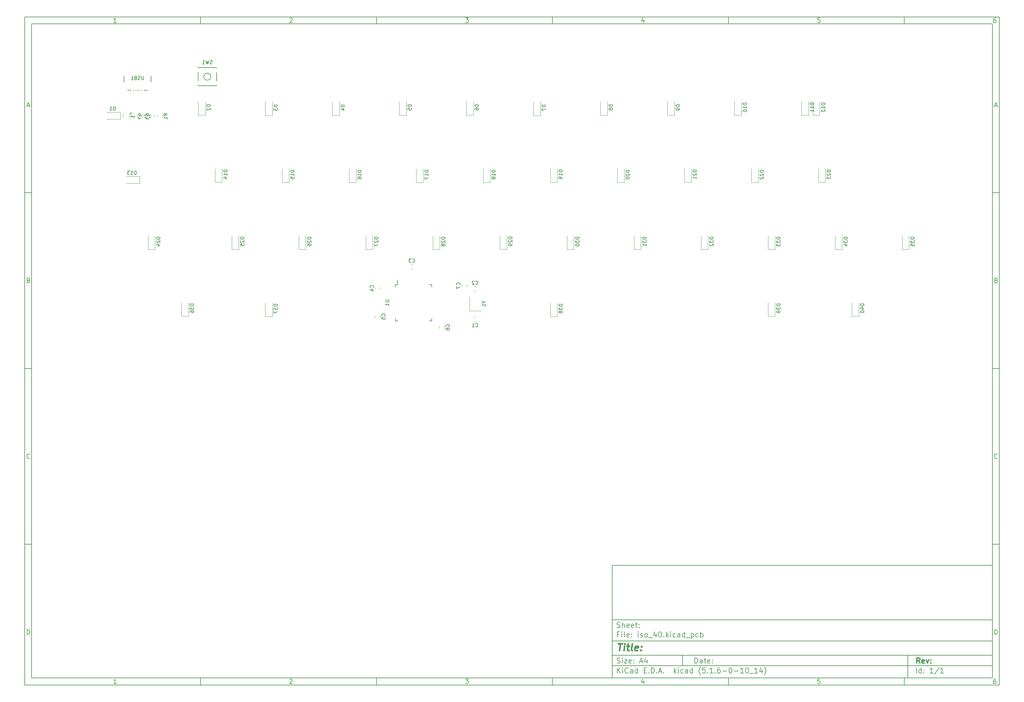
<source format=gbo>
%TF.GenerationSoftware,KiCad,Pcbnew,(5.1.6-0-10_14)*%
%TF.CreationDate,2020-07-22T14:13:02+10:00*%
%TF.ProjectId,iso_40,69736f5f-3430-42e6-9b69-6361645f7063,rev?*%
%TF.SameCoordinates,Original*%
%TF.FileFunction,Legend,Bot*%
%TF.FilePolarity,Positive*%
%FSLAX46Y46*%
G04 Gerber Fmt 4.6, Leading zero omitted, Abs format (unit mm)*
G04 Created by KiCad (PCBNEW (5.1.6-0-10_14)) date 2020-07-22 14:13:02*
%MOMM*%
%LPD*%
G01*
G04 APERTURE LIST*
%ADD10C,0.100000*%
%ADD11C,0.150000*%
%ADD12C,0.300000*%
%ADD13C,0.400000*%
%ADD14C,0.120000*%
%ADD15C,2.350000*%
%ADD16C,4.087800*%
%ADD17C,1.850000*%
%ADD18R,1.300000X1.500000*%
%ADD19O,1.800000X2.800000*%
%ADD20R,0.600000X2.350000*%
%ADD21R,1.600000X0.650000*%
%ADD22R,0.650000X1.600000*%
%ADD23R,1.900000X1.200000*%
%ADD24C,3.148000*%
%ADD25R,2.005000X2.005000*%
%ADD26C,2.005000*%
%ADD27R,1.300000X1.000000*%
%ADD28R,1.000000X1.300000*%
G04 APERTURE END LIST*
D10*
D11*
X177002200Y-166007200D02*
X177002200Y-198007200D01*
X285002200Y-198007200D01*
X285002200Y-166007200D01*
X177002200Y-166007200D01*
D10*
D11*
X10000000Y-10000000D02*
X10000000Y-200007200D01*
X287002200Y-200007200D01*
X287002200Y-10000000D01*
X10000000Y-10000000D01*
D10*
D11*
X12000000Y-12000000D02*
X12000000Y-198007200D01*
X285002200Y-198007200D01*
X285002200Y-12000000D01*
X12000000Y-12000000D01*
D10*
D11*
X60000000Y-12000000D02*
X60000000Y-10000000D01*
D10*
D11*
X110000000Y-12000000D02*
X110000000Y-10000000D01*
D10*
D11*
X160000000Y-12000000D02*
X160000000Y-10000000D01*
D10*
D11*
X210000000Y-12000000D02*
X210000000Y-10000000D01*
D10*
D11*
X260000000Y-12000000D02*
X260000000Y-10000000D01*
D10*
D11*
X36065476Y-11588095D02*
X35322619Y-11588095D01*
X35694047Y-11588095D02*
X35694047Y-10288095D01*
X35570238Y-10473809D01*
X35446428Y-10597619D01*
X35322619Y-10659523D01*
D10*
D11*
X85322619Y-10411904D02*
X85384523Y-10350000D01*
X85508333Y-10288095D01*
X85817857Y-10288095D01*
X85941666Y-10350000D01*
X86003571Y-10411904D01*
X86065476Y-10535714D01*
X86065476Y-10659523D01*
X86003571Y-10845238D01*
X85260714Y-11588095D01*
X86065476Y-11588095D01*
D10*
D11*
X135260714Y-10288095D02*
X136065476Y-10288095D01*
X135632142Y-10783333D01*
X135817857Y-10783333D01*
X135941666Y-10845238D01*
X136003571Y-10907142D01*
X136065476Y-11030952D01*
X136065476Y-11340476D01*
X136003571Y-11464285D01*
X135941666Y-11526190D01*
X135817857Y-11588095D01*
X135446428Y-11588095D01*
X135322619Y-11526190D01*
X135260714Y-11464285D01*
D10*
D11*
X185941666Y-10721428D02*
X185941666Y-11588095D01*
X185632142Y-10226190D02*
X185322619Y-11154761D01*
X186127380Y-11154761D01*
D10*
D11*
X236003571Y-10288095D02*
X235384523Y-10288095D01*
X235322619Y-10907142D01*
X235384523Y-10845238D01*
X235508333Y-10783333D01*
X235817857Y-10783333D01*
X235941666Y-10845238D01*
X236003571Y-10907142D01*
X236065476Y-11030952D01*
X236065476Y-11340476D01*
X236003571Y-11464285D01*
X235941666Y-11526190D01*
X235817857Y-11588095D01*
X235508333Y-11588095D01*
X235384523Y-11526190D01*
X235322619Y-11464285D01*
D10*
D11*
X285941666Y-10288095D02*
X285694047Y-10288095D01*
X285570238Y-10350000D01*
X285508333Y-10411904D01*
X285384523Y-10597619D01*
X285322619Y-10845238D01*
X285322619Y-11340476D01*
X285384523Y-11464285D01*
X285446428Y-11526190D01*
X285570238Y-11588095D01*
X285817857Y-11588095D01*
X285941666Y-11526190D01*
X286003571Y-11464285D01*
X286065476Y-11340476D01*
X286065476Y-11030952D01*
X286003571Y-10907142D01*
X285941666Y-10845238D01*
X285817857Y-10783333D01*
X285570238Y-10783333D01*
X285446428Y-10845238D01*
X285384523Y-10907142D01*
X285322619Y-11030952D01*
D10*
D11*
X60000000Y-198007200D02*
X60000000Y-200007200D01*
D10*
D11*
X110000000Y-198007200D02*
X110000000Y-200007200D01*
D10*
D11*
X160000000Y-198007200D02*
X160000000Y-200007200D01*
D10*
D11*
X210000000Y-198007200D02*
X210000000Y-200007200D01*
D10*
D11*
X260000000Y-198007200D02*
X260000000Y-200007200D01*
D10*
D11*
X36065476Y-199595295D02*
X35322619Y-199595295D01*
X35694047Y-199595295D02*
X35694047Y-198295295D01*
X35570238Y-198481009D01*
X35446428Y-198604819D01*
X35322619Y-198666723D01*
D10*
D11*
X85322619Y-198419104D02*
X85384523Y-198357200D01*
X85508333Y-198295295D01*
X85817857Y-198295295D01*
X85941666Y-198357200D01*
X86003571Y-198419104D01*
X86065476Y-198542914D01*
X86065476Y-198666723D01*
X86003571Y-198852438D01*
X85260714Y-199595295D01*
X86065476Y-199595295D01*
D10*
D11*
X135260714Y-198295295D02*
X136065476Y-198295295D01*
X135632142Y-198790533D01*
X135817857Y-198790533D01*
X135941666Y-198852438D01*
X136003571Y-198914342D01*
X136065476Y-199038152D01*
X136065476Y-199347676D01*
X136003571Y-199471485D01*
X135941666Y-199533390D01*
X135817857Y-199595295D01*
X135446428Y-199595295D01*
X135322619Y-199533390D01*
X135260714Y-199471485D01*
D10*
D11*
X185941666Y-198728628D02*
X185941666Y-199595295D01*
X185632142Y-198233390D02*
X185322619Y-199161961D01*
X186127380Y-199161961D01*
D10*
D11*
X236003571Y-198295295D02*
X235384523Y-198295295D01*
X235322619Y-198914342D01*
X235384523Y-198852438D01*
X235508333Y-198790533D01*
X235817857Y-198790533D01*
X235941666Y-198852438D01*
X236003571Y-198914342D01*
X236065476Y-199038152D01*
X236065476Y-199347676D01*
X236003571Y-199471485D01*
X235941666Y-199533390D01*
X235817857Y-199595295D01*
X235508333Y-199595295D01*
X235384523Y-199533390D01*
X235322619Y-199471485D01*
D10*
D11*
X285941666Y-198295295D02*
X285694047Y-198295295D01*
X285570238Y-198357200D01*
X285508333Y-198419104D01*
X285384523Y-198604819D01*
X285322619Y-198852438D01*
X285322619Y-199347676D01*
X285384523Y-199471485D01*
X285446428Y-199533390D01*
X285570238Y-199595295D01*
X285817857Y-199595295D01*
X285941666Y-199533390D01*
X286003571Y-199471485D01*
X286065476Y-199347676D01*
X286065476Y-199038152D01*
X286003571Y-198914342D01*
X285941666Y-198852438D01*
X285817857Y-198790533D01*
X285570238Y-198790533D01*
X285446428Y-198852438D01*
X285384523Y-198914342D01*
X285322619Y-199038152D01*
D10*
D11*
X10000000Y-60000000D02*
X12000000Y-60000000D01*
D10*
D11*
X10000000Y-110000000D02*
X12000000Y-110000000D01*
D10*
D11*
X10000000Y-160000000D02*
X12000000Y-160000000D01*
D10*
D11*
X10690476Y-35216666D02*
X11309523Y-35216666D01*
X10566666Y-35588095D02*
X11000000Y-34288095D01*
X11433333Y-35588095D01*
D10*
D11*
X11092857Y-84907142D02*
X11278571Y-84969047D01*
X11340476Y-85030952D01*
X11402380Y-85154761D01*
X11402380Y-85340476D01*
X11340476Y-85464285D01*
X11278571Y-85526190D01*
X11154761Y-85588095D01*
X10659523Y-85588095D01*
X10659523Y-84288095D01*
X11092857Y-84288095D01*
X11216666Y-84350000D01*
X11278571Y-84411904D01*
X11340476Y-84535714D01*
X11340476Y-84659523D01*
X11278571Y-84783333D01*
X11216666Y-84845238D01*
X11092857Y-84907142D01*
X10659523Y-84907142D01*
D10*
D11*
X11402380Y-135464285D02*
X11340476Y-135526190D01*
X11154761Y-135588095D01*
X11030952Y-135588095D01*
X10845238Y-135526190D01*
X10721428Y-135402380D01*
X10659523Y-135278571D01*
X10597619Y-135030952D01*
X10597619Y-134845238D01*
X10659523Y-134597619D01*
X10721428Y-134473809D01*
X10845238Y-134350000D01*
X11030952Y-134288095D01*
X11154761Y-134288095D01*
X11340476Y-134350000D01*
X11402380Y-134411904D01*
D10*
D11*
X10659523Y-185588095D02*
X10659523Y-184288095D01*
X10969047Y-184288095D01*
X11154761Y-184350000D01*
X11278571Y-184473809D01*
X11340476Y-184597619D01*
X11402380Y-184845238D01*
X11402380Y-185030952D01*
X11340476Y-185278571D01*
X11278571Y-185402380D01*
X11154761Y-185526190D01*
X10969047Y-185588095D01*
X10659523Y-185588095D01*
D10*
D11*
X287002200Y-60000000D02*
X285002200Y-60000000D01*
D10*
D11*
X287002200Y-110000000D02*
X285002200Y-110000000D01*
D10*
D11*
X287002200Y-160000000D02*
X285002200Y-160000000D01*
D10*
D11*
X285692676Y-35216666D02*
X286311723Y-35216666D01*
X285568866Y-35588095D02*
X286002200Y-34288095D01*
X286435533Y-35588095D01*
D10*
D11*
X286095057Y-84907142D02*
X286280771Y-84969047D01*
X286342676Y-85030952D01*
X286404580Y-85154761D01*
X286404580Y-85340476D01*
X286342676Y-85464285D01*
X286280771Y-85526190D01*
X286156961Y-85588095D01*
X285661723Y-85588095D01*
X285661723Y-84288095D01*
X286095057Y-84288095D01*
X286218866Y-84350000D01*
X286280771Y-84411904D01*
X286342676Y-84535714D01*
X286342676Y-84659523D01*
X286280771Y-84783333D01*
X286218866Y-84845238D01*
X286095057Y-84907142D01*
X285661723Y-84907142D01*
D10*
D11*
X286404580Y-135464285D02*
X286342676Y-135526190D01*
X286156961Y-135588095D01*
X286033152Y-135588095D01*
X285847438Y-135526190D01*
X285723628Y-135402380D01*
X285661723Y-135278571D01*
X285599819Y-135030952D01*
X285599819Y-134845238D01*
X285661723Y-134597619D01*
X285723628Y-134473809D01*
X285847438Y-134350000D01*
X286033152Y-134288095D01*
X286156961Y-134288095D01*
X286342676Y-134350000D01*
X286404580Y-134411904D01*
D10*
D11*
X285661723Y-185588095D02*
X285661723Y-184288095D01*
X285971247Y-184288095D01*
X286156961Y-184350000D01*
X286280771Y-184473809D01*
X286342676Y-184597619D01*
X286404580Y-184845238D01*
X286404580Y-185030952D01*
X286342676Y-185278571D01*
X286280771Y-185402380D01*
X286156961Y-185526190D01*
X285971247Y-185588095D01*
X285661723Y-185588095D01*
D10*
D11*
X200434342Y-193785771D02*
X200434342Y-192285771D01*
X200791485Y-192285771D01*
X201005771Y-192357200D01*
X201148628Y-192500057D01*
X201220057Y-192642914D01*
X201291485Y-192928628D01*
X201291485Y-193142914D01*
X201220057Y-193428628D01*
X201148628Y-193571485D01*
X201005771Y-193714342D01*
X200791485Y-193785771D01*
X200434342Y-193785771D01*
X202577200Y-193785771D02*
X202577200Y-193000057D01*
X202505771Y-192857200D01*
X202362914Y-192785771D01*
X202077200Y-192785771D01*
X201934342Y-192857200D01*
X202577200Y-193714342D02*
X202434342Y-193785771D01*
X202077200Y-193785771D01*
X201934342Y-193714342D01*
X201862914Y-193571485D01*
X201862914Y-193428628D01*
X201934342Y-193285771D01*
X202077200Y-193214342D01*
X202434342Y-193214342D01*
X202577200Y-193142914D01*
X203077200Y-192785771D02*
X203648628Y-192785771D01*
X203291485Y-192285771D02*
X203291485Y-193571485D01*
X203362914Y-193714342D01*
X203505771Y-193785771D01*
X203648628Y-193785771D01*
X204720057Y-193714342D02*
X204577200Y-193785771D01*
X204291485Y-193785771D01*
X204148628Y-193714342D01*
X204077200Y-193571485D01*
X204077200Y-193000057D01*
X204148628Y-192857200D01*
X204291485Y-192785771D01*
X204577200Y-192785771D01*
X204720057Y-192857200D01*
X204791485Y-193000057D01*
X204791485Y-193142914D01*
X204077200Y-193285771D01*
X205434342Y-193642914D02*
X205505771Y-193714342D01*
X205434342Y-193785771D01*
X205362914Y-193714342D01*
X205434342Y-193642914D01*
X205434342Y-193785771D01*
X205434342Y-192857200D02*
X205505771Y-192928628D01*
X205434342Y-193000057D01*
X205362914Y-192928628D01*
X205434342Y-192857200D01*
X205434342Y-193000057D01*
D10*
D11*
X177002200Y-194507200D02*
X285002200Y-194507200D01*
D10*
D11*
X178434342Y-196585771D02*
X178434342Y-195085771D01*
X179291485Y-196585771D02*
X178648628Y-195728628D01*
X179291485Y-195085771D02*
X178434342Y-195942914D01*
X179934342Y-196585771D02*
X179934342Y-195585771D01*
X179934342Y-195085771D02*
X179862914Y-195157200D01*
X179934342Y-195228628D01*
X180005771Y-195157200D01*
X179934342Y-195085771D01*
X179934342Y-195228628D01*
X181505771Y-196442914D02*
X181434342Y-196514342D01*
X181220057Y-196585771D01*
X181077200Y-196585771D01*
X180862914Y-196514342D01*
X180720057Y-196371485D01*
X180648628Y-196228628D01*
X180577200Y-195942914D01*
X180577200Y-195728628D01*
X180648628Y-195442914D01*
X180720057Y-195300057D01*
X180862914Y-195157200D01*
X181077200Y-195085771D01*
X181220057Y-195085771D01*
X181434342Y-195157200D01*
X181505771Y-195228628D01*
X182791485Y-196585771D02*
X182791485Y-195800057D01*
X182720057Y-195657200D01*
X182577200Y-195585771D01*
X182291485Y-195585771D01*
X182148628Y-195657200D01*
X182791485Y-196514342D02*
X182648628Y-196585771D01*
X182291485Y-196585771D01*
X182148628Y-196514342D01*
X182077200Y-196371485D01*
X182077200Y-196228628D01*
X182148628Y-196085771D01*
X182291485Y-196014342D01*
X182648628Y-196014342D01*
X182791485Y-195942914D01*
X184148628Y-196585771D02*
X184148628Y-195085771D01*
X184148628Y-196514342D02*
X184005771Y-196585771D01*
X183720057Y-196585771D01*
X183577200Y-196514342D01*
X183505771Y-196442914D01*
X183434342Y-196300057D01*
X183434342Y-195871485D01*
X183505771Y-195728628D01*
X183577200Y-195657200D01*
X183720057Y-195585771D01*
X184005771Y-195585771D01*
X184148628Y-195657200D01*
X186005771Y-195800057D02*
X186505771Y-195800057D01*
X186720057Y-196585771D02*
X186005771Y-196585771D01*
X186005771Y-195085771D01*
X186720057Y-195085771D01*
X187362914Y-196442914D02*
X187434342Y-196514342D01*
X187362914Y-196585771D01*
X187291485Y-196514342D01*
X187362914Y-196442914D01*
X187362914Y-196585771D01*
X188077200Y-196585771D02*
X188077200Y-195085771D01*
X188434342Y-195085771D01*
X188648628Y-195157200D01*
X188791485Y-195300057D01*
X188862914Y-195442914D01*
X188934342Y-195728628D01*
X188934342Y-195942914D01*
X188862914Y-196228628D01*
X188791485Y-196371485D01*
X188648628Y-196514342D01*
X188434342Y-196585771D01*
X188077200Y-196585771D01*
X189577200Y-196442914D02*
X189648628Y-196514342D01*
X189577200Y-196585771D01*
X189505771Y-196514342D01*
X189577200Y-196442914D01*
X189577200Y-196585771D01*
X190220057Y-196157200D02*
X190934342Y-196157200D01*
X190077200Y-196585771D02*
X190577200Y-195085771D01*
X191077200Y-196585771D01*
X191577200Y-196442914D02*
X191648628Y-196514342D01*
X191577200Y-196585771D01*
X191505771Y-196514342D01*
X191577200Y-196442914D01*
X191577200Y-196585771D01*
X194577200Y-196585771D02*
X194577200Y-195085771D01*
X194720057Y-196014342D02*
X195148628Y-196585771D01*
X195148628Y-195585771D02*
X194577200Y-196157200D01*
X195791485Y-196585771D02*
X195791485Y-195585771D01*
X195791485Y-195085771D02*
X195720057Y-195157200D01*
X195791485Y-195228628D01*
X195862914Y-195157200D01*
X195791485Y-195085771D01*
X195791485Y-195228628D01*
X197148628Y-196514342D02*
X197005771Y-196585771D01*
X196720057Y-196585771D01*
X196577200Y-196514342D01*
X196505771Y-196442914D01*
X196434342Y-196300057D01*
X196434342Y-195871485D01*
X196505771Y-195728628D01*
X196577200Y-195657200D01*
X196720057Y-195585771D01*
X197005771Y-195585771D01*
X197148628Y-195657200D01*
X198434342Y-196585771D02*
X198434342Y-195800057D01*
X198362914Y-195657200D01*
X198220057Y-195585771D01*
X197934342Y-195585771D01*
X197791485Y-195657200D01*
X198434342Y-196514342D02*
X198291485Y-196585771D01*
X197934342Y-196585771D01*
X197791485Y-196514342D01*
X197720057Y-196371485D01*
X197720057Y-196228628D01*
X197791485Y-196085771D01*
X197934342Y-196014342D01*
X198291485Y-196014342D01*
X198434342Y-195942914D01*
X199791485Y-196585771D02*
X199791485Y-195085771D01*
X199791485Y-196514342D02*
X199648628Y-196585771D01*
X199362914Y-196585771D01*
X199220057Y-196514342D01*
X199148628Y-196442914D01*
X199077200Y-196300057D01*
X199077200Y-195871485D01*
X199148628Y-195728628D01*
X199220057Y-195657200D01*
X199362914Y-195585771D01*
X199648628Y-195585771D01*
X199791485Y-195657200D01*
X202077200Y-197157200D02*
X202005771Y-197085771D01*
X201862914Y-196871485D01*
X201791485Y-196728628D01*
X201720057Y-196514342D01*
X201648628Y-196157200D01*
X201648628Y-195871485D01*
X201720057Y-195514342D01*
X201791485Y-195300057D01*
X201862914Y-195157200D01*
X202005771Y-194942914D01*
X202077200Y-194871485D01*
X203362914Y-195085771D02*
X202648628Y-195085771D01*
X202577200Y-195800057D01*
X202648628Y-195728628D01*
X202791485Y-195657200D01*
X203148628Y-195657200D01*
X203291485Y-195728628D01*
X203362914Y-195800057D01*
X203434342Y-195942914D01*
X203434342Y-196300057D01*
X203362914Y-196442914D01*
X203291485Y-196514342D01*
X203148628Y-196585771D01*
X202791485Y-196585771D01*
X202648628Y-196514342D01*
X202577200Y-196442914D01*
X204077200Y-196442914D02*
X204148628Y-196514342D01*
X204077200Y-196585771D01*
X204005771Y-196514342D01*
X204077200Y-196442914D01*
X204077200Y-196585771D01*
X205577200Y-196585771D02*
X204720057Y-196585771D01*
X205148628Y-196585771D02*
X205148628Y-195085771D01*
X205005771Y-195300057D01*
X204862914Y-195442914D01*
X204720057Y-195514342D01*
X206220057Y-196442914D02*
X206291485Y-196514342D01*
X206220057Y-196585771D01*
X206148628Y-196514342D01*
X206220057Y-196442914D01*
X206220057Y-196585771D01*
X207577200Y-195085771D02*
X207291485Y-195085771D01*
X207148628Y-195157200D01*
X207077200Y-195228628D01*
X206934342Y-195442914D01*
X206862914Y-195728628D01*
X206862914Y-196300057D01*
X206934342Y-196442914D01*
X207005771Y-196514342D01*
X207148628Y-196585771D01*
X207434342Y-196585771D01*
X207577200Y-196514342D01*
X207648628Y-196442914D01*
X207720057Y-196300057D01*
X207720057Y-195942914D01*
X207648628Y-195800057D01*
X207577200Y-195728628D01*
X207434342Y-195657200D01*
X207148628Y-195657200D01*
X207005771Y-195728628D01*
X206934342Y-195800057D01*
X206862914Y-195942914D01*
X208362914Y-196014342D02*
X209505771Y-196014342D01*
X210505771Y-195085771D02*
X210648628Y-195085771D01*
X210791485Y-195157200D01*
X210862914Y-195228628D01*
X210934342Y-195371485D01*
X211005771Y-195657200D01*
X211005771Y-196014342D01*
X210934342Y-196300057D01*
X210862914Y-196442914D01*
X210791485Y-196514342D01*
X210648628Y-196585771D01*
X210505771Y-196585771D01*
X210362914Y-196514342D01*
X210291485Y-196442914D01*
X210220057Y-196300057D01*
X210148628Y-196014342D01*
X210148628Y-195657200D01*
X210220057Y-195371485D01*
X210291485Y-195228628D01*
X210362914Y-195157200D01*
X210505771Y-195085771D01*
X211648628Y-196014342D02*
X212791485Y-196014342D01*
X214291485Y-196585771D02*
X213434342Y-196585771D01*
X213862914Y-196585771D02*
X213862914Y-195085771D01*
X213720057Y-195300057D01*
X213577200Y-195442914D01*
X213434342Y-195514342D01*
X215220057Y-195085771D02*
X215362914Y-195085771D01*
X215505771Y-195157200D01*
X215577200Y-195228628D01*
X215648628Y-195371485D01*
X215720057Y-195657200D01*
X215720057Y-196014342D01*
X215648628Y-196300057D01*
X215577200Y-196442914D01*
X215505771Y-196514342D01*
X215362914Y-196585771D01*
X215220057Y-196585771D01*
X215077200Y-196514342D01*
X215005771Y-196442914D01*
X214934342Y-196300057D01*
X214862914Y-196014342D01*
X214862914Y-195657200D01*
X214934342Y-195371485D01*
X215005771Y-195228628D01*
X215077200Y-195157200D01*
X215220057Y-195085771D01*
X216005771Y-196728628D02*
X217148628Y-196728628D01*
X218291485Y-196585771D02*
X217434342Y-196585771D01*
X217862914Y-196585771D02*
X217862914Y-195085771D01*
X217720057Y-195300057D01*
X217577200Y-195442914D01*
X217434342Y-195514342D01*
X219577200Y-195585771D02*
X219577200Y-196585771D01*
X219220057Y-195014342D02*
X218862914Y-196085771D01*
X219791485Y-196085771D01*
X220220057Y-197157200D02*
X220291485Y-197085771D01*
X220434342Y-196871485D01*
X220505771Y-196728628D01*
X220577200Y-196514342D01*
X220648628Y-196157200D01*
X220648628Y-195871485D01*
X220577200Y-195514342D01*
X220505771Y-195300057D01*
X220434342Y-195157200D01*
X220291485Y-194942914D01*
X220220057Y-194871485D01*
D10*
D11*
X177002200Y-191507200D02*
X285002200Y-191507200D01*
D10*
D12*
X264411485Y-193785771D02*
X263911485Y-193071485D01*
X263554342Y-193785771D02*
X263554342Y-192285771D01*
X264125771Y-192285771D01*
X264268628Y-192357200D01*
X264340057Y-192428628D01*
X264411485Y-192571485D01*
X264411485Y-192785771D01*
X264340057Y-192928628D01*
X264268628Y-193000057D01*
X264125771Y-193071485D01*
X263554342Y-193071485D01*
X265625771Y-193714342D02*
X265482914Y-193785771D01*
X265197200Y-193785771D01*
X265054342Y-193714342D01*
X264982914Y-193571485D01*
X264982914Y-193000057D01*
X265054342Y-192857200D01*
X265197200Y-192785771D01*
X265482914Y-192785771D01*
X265625771Y-192857200D01*
X265697200Y-193000057D01*
X265697200Y-193142914D01*
X264982914Y-193285771D01*
X266197200Y-192785771D02*
X266554342Y-193785771D01*
X266911485Y-192785771D01*
X267482914Y-193642914D02*
X267554342Y-193714342D01*
X267482914Y-193785771D01*
X267411485Y-193714342D01*
X267482914Y-193642914D01*
X267482914Y-193785771D01*
X267482914Y-192857200D02*
X267554342Y-192928628D01*
X267482914Y-193000057D01*
X267411485Y-192928628D01*
X267482914Y-192857200D01*
X267482914Y-193000057D01*
D10*
D11*
X178362914Y-193714342D02*
X178577200Y-193785771D01*
X178934342Y-193785771D01*
X179077200Y-193714342D01*
X179148628Y-193642914D01*
X179220057Y-193500057D01*
X179220057Y-193357200D01*
X179148628Y-193214342D01*
X179077200Y-193142914D01*
X178934342Y-193071485D01*
X178648628Y-193000057D01*
X178505771Y-192928628D01*
X178434342Y-192857200D01*
X178362914Y-192714342D01*
X178362914Y-192571485D01*
X178434342Y-192428628D01*
X178505771Y-192357200D01*
X178648628Y-192285771D01*
X179005771Y-192285771D01*
X179220057Y-192357200D01*
X179862914Y-193785771D02*
X179862914Y-192785771D01*
X179862914Y-192285771D02*
X179791485Y-192357200D01*
X179862914Y-192428628D01*
X179934342Y-192357200D01*
X179862914Y-192285771D01*
X179862914Y-192428628D01*
X180434342Y-192785771D02*
X181220057Y-192785771D01*
X180434342Y-193785771D01*
X181220057Y-193785771D01*
X182362914Y-193714342D02*
X182220057Y-193785771D01*
X181934342Y-193785771D01*
X181791485Y-193714342D01*
X181720057Y-193571485D01*
X181720057Y-193000057D01*
X181791485Y-192857200D01*
X181934342Y-192785771D01*
X182220057Y-192785771D01*
X182362914Y-192857200D01*
X182434342Y-193000057D01*
X182434342Y-193142914D01*
X181720057Y-193285771D01*
X183077200Y-193642914D02*
X183148628Y-193714342D01*
X183077200Y-193785771D01*
X183005771Y-193714342D01*
X183077200Y-193642914D01*
X183077200Y-193785771D01*
X183077200Y-192857200D02*
X183148628Y-192928628D01*
X183077200Y-193000057D01*
X183005771Y-192928628D01*
X183077200Y-192857200D01*
X183077200Y-193000057D01*
X184862914Y-193357200D02*
X185577200Y-193357200D01*
X184720057Y-193785771D02*
X185220057Y-192285771D01*
X185720057Y-193785771D01*
X186862914Y-192785771D02*
X186862914Y-193785771D01*
X186505771Y-192214342D02*
X186148628Y-193285771D01*
X187077200Y-193285771D01*
D10*
D11*
X263434342Y-196585771D02*
X263434342Y-195085771D01*
X264791485Y-196585771D02*
X264791485Y-195085771D01*
X264791485Y-196514342D02*
X264648628Y-196585771D01*
X264362914Y-196585771D01*
X264220057Y-196514342D01*
X264148628Y-196442914D01*
X264077200Y-196300057D01*
X264077200Y-195871485D01*
X264148628Y-195728628D01*
X264220057Y-195657200D01*
X264362914Y-195585771D01*
X264648628Y-195585771D01*
X264791485Y-195657200D01*
X265505771Y-196442914D02*
X265577200Y-196514342D01*
X265505771Y-196585771D01*
X265434342Y-196514342D01*
X265505771Y-196442914D01*
X265505771Y-196585771D01*
X265505771Y-195657200D02*
X265577200Y-195728628D01*
X265505771Y-195800057D01*
X265434342Y-195728628D01*
X265505771Y-195657200D01*
X265505771Y-195800057D01*
X268148628Y-196585771D02*
X267291485Y-196585771D01*
X267720057Y-196585771D02*
X267720057Y-195085771D01*
X267577200Y-195300057D01*
X267434342Y-195442914D01*
X267291485Y-195514342D01*
X269862914Y-195014342D02*
X268577200Y-196942914D01*
X271148628Y-196585771D02*
X270291485Y-196585771D01*
X270720057Y-196585771D02*
X270720057Y-195085771D01*
X270577200Y-195300057D01*
X270434342Y-195442914D01*
X270291485Y-195514342D01*
D10*
D11*
X177002200Y-187507200D02*
X285002200Y-187507200D01*
D10*
D13*
X178714580Y-188211961D02*
X179857438Y-188211961D01*
X179036009Y-190211961D02*
X179286009Y-188211961D01*
X180274104Y-190211961D02*
X180440771Y-188878628D01*
X180524104Y-188211961D02*
X180416961Y-188307200D01*
X180500295Y-188402438D01*
X180607438Y-188307200D01*
X180524104Y-188211961D01*
X180500295Y-188402438D01*
X181107438Y-188878628D02*
X181869342Y-188878628D01*
X181476485Y-188211961D02*
X181262200Y-189926247D01*
X181333628Y-190116723D01*
X181512200Y-190211961D01*
X181702676Y-190211961D01*
X182655057Y-190211961D02*
X182476485Y-190116723D01*
X182405057Y-189926247D01*
X182619342Y-188211961D01*
X184190771Y-190116723D02*
X183988390Y-190211961D01*
X183607438Y-190211961D01*
X183428866Y-190116723D01*
X183357438Y-189926247D01*
X183452676Y-189164342D01*
X183571723Y-188973866D01*
X183774104Y-188878628D01*
X184155057Y-188878628D01*
X184333628Y-188973866D01*
X184405057Y-189164342D01*
X184381247Y-189354819D01*
X183405057Y-189545295D01*
X185155057Y-190021485D02*
X185238390Y-190116723D01*
X185131247Y-190211961D01*
X185047914Y-190116723D01*
X185155057Y-190021485D01*
X185131247Y-190211961D01*
X185286009Y-188973866D02*
X185369342Y-189069104D01*
X185262200Y-189164342D01*
X185178866Y-189069104D01*
X185286009Y-188973866D01*
X185262200Y-189164342D01*
D10*
D11*
X178934342Y-185600057D02*
X178434342Y-185600057D01*
X178434342Y-186385771D02*
X178434342Y-184885771D01*
X179148628Y-184885771D01*
X179720057Y-186385771D02*
X179720057Y-185385771D01*
X179720057Y-184885771D02*
X179648628Y-184957200D01*
X179720057Y-185028628D01*
X179791485Y-184957200D01*
X179720057Y-184885771D01*
X179720057Y-185028628D01*
X180648628Y-186385771D02*
X180505771Y-186314342D01*
X180434342Y-186171485D01*
X180434342Y-184885771D01*
X181791485Y-186314342D02*
X181648628Y-186385771D01*
X181362914Y-186385771D01*
X181220057Y-186314342D01*
X181148628Y-186171485D01*
X181148628Y-185600057D01*
X181220057Y-185457200D01*
X181362914Y-185385771D01*
X181648628Y-185385771D01*
X181791485Y-185457200D01*
X181862914Y-185600057D01*
X181862914Y-185742914D01*
X181148628Y-185885771D01*
X182505771Y-186242914D02*
X182577200Y-186314342D01*
X182505771Y-186385771D01*
X182434342Y-186314342D01*
X182505771Y-186242914D01*
X182505771Y-186385771D01*
X182505771Y-185457200D02*
X182577200Y-185528628D01*
X182505771Y-185600057D01*
X182434342Y-185528628D01*
X182505771Y-185457200D01*
X182505771Y-185600057D01*
X184362914Y-186385771D02*
X184362914Y-185385771D01*
X184362914Y-184885771D02*
X184291485Y-184957200D01*
X184362914Y-185028628D01*
X184434342Y-184957200D01*
X184362914Y-184885771D01*
X184362914Y-185028628D01*
X185005771Y-186314342D02*
X185148628Y-186385771D01*
X185434342Y-186385771D01*
X185577200Y-186314342D01*
X185648628Y-186171485D01*
X185648628Y-186100057D01*
X185577200Y-185957200D01*
X185434342Y-185885771D01*
X185220057Y-185885771D01*
X185077200Y-185814342D01*
X185005771Y-185671485D01*
X185005771Y-185600057D01*
X185077200Y-185457200D01*
X185220057Y-185385771D01*
X185434342Y-185385771D01*
X185577200Y-185457200D01*
X186505771Y-186385771D02*
X186362914Y-186314342D01*
X186291485Y-186242914D01*
X186220057Y-186100057D01*
X186220057Y-185671485D01*
X186291485Y-185528628D01*
X186362914Y-185457200D01*
X186505771Y-185385771D01*
X186720057Y-185385771D01*
X186862914Y-185457200D01*
X186934342Y-185528628D01*
X187005771Y-185671485D01*
X187005771Y-186100057D01*
X186934342Y-186242914D01*
X186862914Y-186314342D01*
X186720057Y-186385771D01*
X186505771Y-186385771D01*
X187291485Y-186528628D02*
X188434342Y-186528628D01*
X189434342Y-185385771D02*
X189434342Y-186385771D01*
X189077200Y-184814342D02*
X188720057Y-185885771D01*
X189648628Y-185885771D01*
X190505771Y-184885771D02*
X190648628Y-184885771D01*
X190791485Y-184957200D01*
X190862914Y-185028628D01*
X190934342Y-185171485D01*
X191005771Y-185457200D01*
X191005771Y-185814342D01*
X190934342Y-186100057D01*
X190862914Y-186242914D01*
X190791485Y-186314342D01*
X190648628Y-186385771D01*
X190505771Y-186385771D01*
X190362914Y-186314342D01*
X190291485Y-186242914D01*
X190220057Y-186100057D01*
X190148628Y-185814342D01*
X190148628Y-185457200D01*
X190220057Y-185171485D01*
X190291485Y-185028628D01*
X190362914Y-184957200D01*
X190505771Y-184885771D01*
X191648628Y-186242914D02*
X191720057Y-186314342D01*
X191648628Y-186385771D01*
X191577200Y-186314342D01*
X191648628Y-186242914D01*
X191648628Y-186385771D01*
X192362914Y-186385771D02*
X192362914Y-184885771D01*
X192505771Y-185814342D02*
X192934342Y-186385771D01*
X192934342Y-185385771D02*
X192362914Y-185957200D01*
X193577200Y-186385771D02*
X193577200Y-185385771D01*
X193577200Y-184885771D02*
X193505771Y-184957200D01*
X193577200Y-185028628D01*
X193648628Y-184957200D01*
X193577200Y-184885771D01*
X193577200Y-185028628D01*
X194934342Y-186314342D02*
X194791485Y-186385771D01*
X194505771Y-186385771D01*
X194362914Y-186314342D01*
X194291485Y-186242914D01*
X194220057Y-186100057D01*
X194220057Y-185671485D01*
X194291485Y-185528628D01*
X194362914Y-185457200D01*
X194505771Y-185385771D01*
X194791485Y-185385771D01*
X194934342Y-185457200D01*
X196220057Y-186385771D02*
X196220057Y-185600057D01*
X196148628Y-185457200D01*
X196005771Y-185385771D01*
X195720057Y-185385771D01*
X195577200Y-185457200D01*
X196220057Y-186314342D02*
X196077200Y-186385771D01*
X195720057Y-186385771D01*
X195577200Y-186314342D01*
X195505771Y-186171485D01*
X195505771Y-186028628D01*
X195577200Y-185885771D01*
X195720057Y-185814342D01*
X196077200Y-185814342D01*
X196220057Y-185742914D01*
X197577200Y-186385771D02*
X197577200Y-184885771D01*
X197577200Y-186314342D02*
X197434342Y-186385771D01*
X197148628Y-186385771D01*
X197005771Y-186314342D01*
X196934342Y-186242914D01*
X196862914Y-186100057D01*
X196862914Y-185671485D01*
X196934342Y-185528628D01*
X197005771Y-185457200D01*
X197148628Y-185385771D01*
X197434342Y-185385771D01*
X197577200Y-185457200D01*
X197934342Y-186528628D02*
X199077200Y-186528628D01*
X199434342Y-185385771D02*
X199434342Y-186885771D01*
X199434342Y-185457200D02*
X199577200Y-185385771D01*
X199862914Y-185385771D01*
X200005771Y-185457200D01*
X200077200Y-185528628D01*
X200148628Y-185671485D01*
X200148628Y-186100057D01*
X200077200Y-186242914D01*
X200005771Y-186314342D01*
X199862914Y-186385771D01*
X199577200Y-186385771D01*
X199434342Y-186314342D01*
X201434342Y-186314342D02*
X201291485Y-186385771D01*
X201005771Y-186385771D01*
X200862914Y-186314342D01*
X200791485Y-186242914D01*
X200720057Y-186100057D01*
X200720057Y-185671485D01*
X200791485Y-185528628D01*
X200862914Y-185457200D01*
X201005771Y-185385771D01*
X201291485Y-185385771D01*
X201434342Y-185457200D01*
X202077200Y-186385771D02*
X202077200Y-184885771D01*
X202077200Y-185457200D02*
X202220057Y-185385771D01*
X202505771Y-185385771D01*
X202648628Y-185457200D01*
X202720057Y-185528628D01*
X202791485Y-185671485D01*
X202791485Y-186100057D01*
X202720057Y-186242914D01*
X202648628Y-186314342D01*
X202505771Y-186385771D01*
X202220057Y-186385771D01*
X202077200Y-186314342D01*
D10*
D11*
X177002200Y-181507200D02*
X285002200Y-181507200D01*
D10*
D11*
X178362914Y-183614342D02*
X178577200Y-183685771D01*
X178934342Y-183685771D01*
X179077200Y-183614342D01*
X179148628Y-183542914D01*
X179220057Y-183400057D01*
X179220057Y-183257200D01*
X179148628Y-183114342D01*
X179077200Y-183042914D01*
X178934342Y-182971485D01*
X178648628Y-182900057D01*
X178505771Y-182828628D01*
X178434342Y-182757200D01*
X178362914Y-182614342D01*
X178362914Y-182471485D01*
X178434342Y-182328628D01*
X178505771Y-182257200D01*
X178648628Y-182185771D01*
X179005771Y-182185771D01*
X179220057Y-182257200D01*
X179862914Y-183685771D02*
X179862914Y-182185771D01*
X180505771Y-183685771D02*
X180505771Y-182900057D01*
X180434342Y-182757200D01*
X180291485Y-182685771D01*
X180077200Y-182685771D01*
X179934342Y-182757200D01*
X179862914Y-182828628D01*
X181791485Y-183614342D02*
X181648628Y-183685771D01*
X181362914Y-183685771D01*
X181220057Y-183614342D01*
X181148628Y-183471485D01*
X181148628Y-182900057D01*
X181220057Y-182757200D01*
X181362914Y-182685771D01*
X181648628Y-182685771D01*
X181791485Y-182757200D01*
X181862914Y-182900057D01*
X181862914Y-183042914D01*
X181148628Y-183185771D01*
X183077200Y-183614342D02*
X182934342Y-183685771D01*
X182648628Y-183685771D01*
X182505771Y-183614342D01*
X182434342Y-183471485D01*
X182434342Y-182900057D01*
X182505771Y-182757200D01*
X182648628Y-182685771D01*
X182934342Y-182685771D01*
X183077200Y-182757200D01*
X183148628Y-182900057D01*
X183148628Y-183042914D01*
X182434342Y-183185771D01*
X183577200Y-182685771D02*
X184148628Y-182685771D01*
X183791485Y-182185771D02*
X183791485Y-183471485D01*
X183862914Y-183614342D01*
X184005771Y-183685771D01*
X184148628Y-183685771D01*
X184648628Y-183542914D02*
X184720057Y-183614342D01*
X184648628Y-183685771D01*
X184577200Y-183614342D01*
X184648628Y-183542914D01*
X184648628Y-183685771D01*
X184648628Y-182757200D02*
X184720057Y-182828628D01*
X184648628Y-182900057D01*
X184577200Y-182828628D01*
X184648628Y-182757200D01*
X184648628Y-182900057D01*
D10*
D11*
X197002200Y-191507200D02*
X197002200Y-194507200D01*
D10*
D11*
X261002200Y-191507200D02*
X261002200Y-198007200D01*
D14*
%TO.C,Y1*%
X139706250Y-93587500D02*
X136406250Y-93587500D01*
X136406250Y-93587500D02*
X136406250Y-89587500D01*
D11*
%TO.C,USB1*%
X38218750Y-30850000D02*
X45918750Y-30850000D01*
X45918750Y-25400000D02*
X45918750Y-30850000D01*
X38218750Y-25400000D02*
X38218750Y-30850000D01*
%TO.C,U1*%
X115331250Y-86100000D02*
X115906250Y-86100000D01*
X115331250Y-96450000D02*
X116006250Y-96450000D01*
X125681250Y-96450000D02*
X125006250Y-96450000D01*
X125681250Y-86100000D02*
X125006250Y-86100000D01*
X115331250Y-86100000D02*
X115331250Y-86775000D01*
X125681250Y-86100000D02*
X125681250Y-86775000D01*
X125681250Y-96450000D02*
X125681250Y-95775000D01*
X115331250Y-96450000D02*
X115331250Y-95775000D01*
X115906250Y-86100000D02*
X115906250Y-84825000D01*
%TO.C,SW1*%
X62912500Y-26987500D02*
G75*
G03*
X62912500Y-26987500I-1000000J0D01*
G01*
X59312500Y-24387500D02*
X59312500Y-29587500D01*
X64512500Y-24387500D02*
X59312500Y-24387500D01*
X64512500Y-29587500D02*
X64512500Y-24387500D01*
X59312500Y-29587500D02*
X64512500Y-29587500D01*
D14*
%TO.C,R4*%
X45327500Y-37985172D02*
X45327500Y-38502328D01*
X46747500Y-37985172D02*
X46747500Y-38502328D01*
%TO.C,R3*%
X41987750Y-38502328D02*
X41987750Y-37985172D01*
X40567750Y-38502328D02*
X40567750Y-37985172D01*
%TO.C,R2*%
X44366250Y-38502328D02*
X44366250Y-37985172D01*
X42946250Y-38502328D02*
X42946250Y-37985172D01*
%TO.C,R1*%
X49128750Y-38502328D02*
X49128750Y-37985172D01*
X47708750Y-38502328D02*
X47708750Y-37985172D01*
%TO.C,F1*%
X39803750Y-38514564D02*
X39803750Y-37310436D01*
X37983750Y-38514564D02*
X37983750Y-37310436D01*
%TO.C,D40*%
X247062500Y-95118750D02*
X245062500Y-95118750D01*
X245062500Y-95118750D02*
X245062500Y-91218750D01*
X247062500Y-95118750D02*
X247062500Y-91218750D01*
%TO.C,D39*%
X223250000Y-95118750D02*
X221250000Y-95118750D01*
X221250000Y-95118750D02*
X221250000Y-91218750D01*
X223250000Y-95118750D02*
X223250000Y-91218750D01*
%TO.C,D38*%
X161337500Y-95181250D02*
X159337500Y-95181250D01*
X159337500Y-95181250D02*
X159337500Y-91281250D01*
X161337500Y-95181250D02*
X161337500Y-91281250D01*
%TO.C,D37*%
X80375000Y-95181250D02*
X78375000Y-95181250D01*
X78375000Y-95181250D02*
X78375000Y-91281250D01*
X80375000Y-95181250D02*
X80375000Y-91281250D01*
%TO.C,D36*%
X56562500Y-95118750D02*
X54562500Y-95118750D01*
X54562500Y-95118750D02*
X54562500Y-91218750D01*
X56562500Y-95118750D02*
X56562500Y-91218750D01*
%TO.C,D35*%
X261350000Y-76131250D02*
X259350000Y-76131250D01*
X259350000Y-76131250D02*
X259350000Y-72231250D01*
X261350000Y-76131250D02*
X261350000Y-72231250D01*
%TO.C,D34*%
X242300000Y-76131250D02*
X240300000Y-76131250D01*
X240300000Y-76131250D02*
X240300000Y-72231250D01*
X242300000Y-76131250D02*
X242300000Y-72231250D01*
%TO.C,D33*%
X223250000Y-76131250D02*
X221250000Y-76131250D01*
X221250000Y-76131250D02*
X221250000Y-72231250D01*
X223250000Y-76131250D02*
X223250000Y-72231250D01*
%TO.C,D32*%
X204200000Y-76131250D02*
X202200000Y-76131250D01*
X202200000Y-76131250D02*
X202200000Y-72231250D01*
X204200000Y-76131250D02*
X204200000Y-72231250D01*
%TO.C,D31*%
X185150000Y-76131250D02*
X183150000Y-76131250D01*
X183150000Y-76131250D02*
X183150000Y-72231250D01*
X185150000Y-76131250D02*
X185150000Y-72231250D01*
%TO.C,D30*%
X166100000Y-76131250D02*
X164100000Y-76131250D01*
X164100000Y-76131250D02*
X164100000Y-72231250D01*
X166100000Y-76131250D02*
X166100000Y-72231250D01*
%TO.C,D29*%
X147050000Y-76068750D02*
X145050000Y-76068750D01*
X145050000Y-76068750D02*
X145050000Y-72168750D01*
X147050000Y-76068750D02*
X147050000Y-72168750D01*
%TO.C,D28*%
X128000000Y-76131250D02*
X126000000Y-76131250D01*
X126000000Y-76131250D02*
X126000000Y-72231250D01*
X128000000Y-76131250D02*
X128000000Y-72231250D01*
%TO.C,D27*%
X108950000Y-76131250D02*
X106950000Y-76131250D01*
X106950000Y-76131250D02*
X106950000Y-72231250D01*
X108950000Y-76131250D02*
X108950000Y-72231250D01*
%TO.C,D26*%
X89900000Y-76131250D02*
X87900000Y-76131250D01*
X87900000Y-76131250D02*
X87900000Y-72231250D01*
X89900000Y-76131250D02*
X89900000Y-72231250D01*
%TO.C,D25*%
X70850000Y-76131250D02*
X68850000Y-76131250D01*
X68850000Y-76131250D02*
X68850000Y-72231250D01*
X70850000Y-76131250D02*
X70850000Y-72231250D01*
%TO.C,D24*%
X47037500Y-76131250D02*
X45037500Y-76131250D01*
X45037500Y-76131250D02*
X45037500Y-72231250D01*
X47037500Y-76131250D02*
X47037500Y-72231250D01*
%TO.C,D23*%
X237537500Y-57018750D02*
X235537500Y-57018750D01*
X235537500Y-57018750D02*
X235537500Y-53118750D01*
X237537500Y-57018750D02*
X237537500Y-53118750D01*
%TO.C,D22*%
X218487500Y-57081250D02*
X216487500Y-57081250D01*
X216487500Y-57081250D02*
X216487500Y-53181250D01*
X218487500Y-57081250D02*
X218487500Y-53181250D01*
%TO.C,D21*%
X199437500Y-57018750D02*
X197437500Y-57018750D01*
X197437500Y-57018750D02*
X197437500Y-53118750D01*
X199437500Y-57018750D02*
X199437500Y-53118750D01*
%TO.C,D20*%
X180387500Y-57081250D02*
X178387500Y-57081250D01*
X178387500Y-57081250D02*
X178387500Y-53181250D01*
X180387500Y-57081250D02*
X180387500Y-53181250D01*
%TO.C,D19*%
X161337500Y-57018750D02*
X159337500Y-57018750D01*
X159337500Y-57018750D02*
X159337500Y-53118750D01*
X161337500Y-57018750D02*
X161337500Y-53118750D01*
%TO.C,D18*%
X142287500Y-57081250D02*
X140287500Y-57081250D01*
X140287500Y-57081250D02*
X140287500Y-53181250D01*
X142287500Y-57081250D02*
X142287500Y-53181250D01*
%TO.C,D17*%
X123237500Y-57081250D02*
X121237500Y-57081250D01*
X121237500Y-57081250D02*
X121237500Y-53181250D01*
X123237500Y-57081250D02*
X123237500Y-53181250D01*
%TO.C,D16*%
X104187500Y-57081250D02*
X102187500Y-57081250D01*
X102187500Y-57081250D02*
X102187500Y-53181250D01*
X104187500Y-57081250D02*
X104187500Y-53181250D01*
%TO.C,D15*%
X85137500Y-57081250D02*
X83137500Y-57081250D01*
X83137500Y-57081250D02*
X83137500Y-53181250D01*
X85137500Y-57081250D02*
X85137500Y-53181250D01*
%TO.C,D14*%
X66087500Y-57018750D02*
X64087500Y-57018750D01*
X64087500Y-57018750D02*
X64087500Y-53118750D01*
X66087500Y-57018750D02*
X66087500Y-53118750D01*
%TO.C,D13*%
X42731250Y-55356250D02*
X42731250Y-57356250D01*
X42731250Y-57356250D02*
X38831250Y-57356250D01*
X42731250Y-55356250D02*
X38831250Y-55356250D01*
%TO.C,D12*%
X235950000Y-37968750D02*
X233950000Y-37968750D01*
X233950000Y-37968750D02*
X233950000Y-34068750D01*
X235950000Y-37968750D02*
X235950000Y-34068750D01*
%TO.C,D11*%
X232775000Y-37968750D02*
X230775000Y-37968750D01*
X230775000Y-37968750D02*
X230775000Y-34068750D01*
X232775000Y-37968750D02*
X232775000Y-34068750D01*
%TO.C,D10*%
X213725000Y-37968750D02*
X211725000Y-37968750D01*
X211725000Y-37968750D02*
X211725000Y-34068750D01*
X213725000Y-37968750D02*
X213725000Y-34068750D01*
%TO.C,D9*%
X194675000Y-37968750D02*
X192675000Y-37968750D01*
X192675000Y-37968750D02*
X192675000Y-34068750D01*
X194675000Y-37968750D02*
X194675000Y-34068750D01*
%TO.C,D8*%
X175625000Y-37968750D02*
X173625000Y-37968750D01*
X173625000Y-37968750D02*
X173625000Y-34068750D01*
X175625000Y-37968750D02*
X175625000Y-34068750D01*
%TO.C,D7*%
X156575000Y-38031250D02*
X154575000Y-38031250D01*
X154575000Y-38031250D02*
X154575000Y-34131250D01*
X156575000Y-38031250D02*
X156575000Y-34131250D01*
%TO.C,D6*%
X137525000Y-37968750D02*
X135525000Y-37968750D01*
X135525000Y-37968750D02*
X135525000Y-34068750D01*
X137525000Y-37968750D02*
X137525000Y-34068750D01*
%TO.C,D5*%
X118475000Y-37968750D02*
X116475000Y-37968750D01*
X116475000Y-37968750D02*
X116475000Y-34068750D01*
X118475000Y-37968750D02*
X118475000Y-34068750D01*
%TO.C,D4*%
X99425000Y-38031250D02*
X97425000Y-38031250D01*
X97425000Y-38031250D02*
X97425000Y-34131250D01*
X99425000Y-38031250D02*
X99425000Y-34131250D01*
%TO.C,D3*%
X80375000Y-38031250D02*
X78375000Y-38031250D01*
X78375000Y-38031250D02*
X78375000Y-34131250D01*
X80375000Y-38031250D02*
X80375000Y-34131250D01*
%TO.C,D2*%
X61325000Y-37968750D02*
X59325000Y-37968750D01*
X59325000Y-37968750D02*
X59325000Y-34068750D01*
X61325000Y-37968750D02*
X61325000Y-34068750D01*
%TO.C,D1*%
X37237500Y-37100000D02*
X37237500Y-39100000D01*
X37237500Y-39100000D02*
X33337500Y-39100000D01*
X37237500Y-37100000D02*
X33337500Y-37100000D01*
%TO.C,C7*%
X134227500Y-86116422D02*
X134227500Y-86633578D01*
X135647500Y-86116422D02*
X135647500Y-86633578D01*
%TO.C,C6*%
X129297500Y-98539828D02*
X129297500Y-98022672D01*
X127877500Y-98539828D02*
X127877500Y-98022672D01*
%TO.C,C5*%
X111041250Y-95508578D02*
X111041250Y-94991422D01*
X109621250Y-95508578D02*
X109621250Y-94991422D01*
%TO.C,C4*%
X109621250Y-86910172D02*
X109621250Y-87427328D01*
X111041250Y-86910172D02*
X111041250Y-87427328D01*
%TO.C,C3*%
X120258578Y-80252500D02*
X119741422Y-80252500D01*
X120258578Y-81672500D02*
X119741422Y-81672500D01*
%TO.C,C2*%
X138227328Y-86602500D02*
X137710172Y-86602500D01*
X138227328Y-88022500D02*
X137710172Y-88022500D01*
%TO.C,C1*%
X137710172Y-96753750D02*
X138227328Y-96753750D01*
X137710172Y-95333750D02*
X138227328Y-95333750D01*
%TO.C,Y1*%
D11*
X140482440Y-91111309D02*
X140958630Y-91111309D01*
X139958630Y-90777976D02*
X140482440Y-91111309D01*
X139958630Y-91444642D01*
X140958630Y-92301785D02*
X140958630Y-91730357D01*
X140958630Y-92016071D02*
X139958630Y-92016071D01*
X140101488Y-91920833D01*
X140196726Y-91825595D01*
X140244345Y-91730357D01*
%TO.C,USB1*%
X43806845Y-26884380D02*
X43806845Y-27693904D01*
X43759226Y-27789142D01*
X43711607Y-27836761D01*
X43616369Y-27884380D01*
X43425892Y-27884380D01*
X43330654Y-27836761D01*
X43283035Y-27789142D01*
X43235416Y-27693904D01*
X43235416Y-26884380D01*
X42806845Y-27836761D02*
X42663988Y-27884380D01*
X42425892Y-27884380D01*
X42330654Y-27836761D01*
X42283035Y-27789142D01*
X42235416Y-27693904D01*
X42235416Y-27598666D01*
X42283035Y-27503428D01*
X42330654Y-27455809D01*
X42425892Y-27408190D01*
X42616369Y-27360571D01*
X42711607Y-27312952D01*
X42759226Y-27265333D01*
X42806845Y-27170095D01*
X42806845Y-27074857D01*
X42759226Y-26979619D01*
X42711607Y-26932000D01*
X42616369Y-26884380D01*
X42378273Y-26884380D01*
X42235416Y-26932000D01*
X41473511Y-27360571D02*
X41330654Y-27408190D01*
X41283035Y-27455809D01*
X41235416Y-27551047D01*
X41235416Y-27693904D01*
X41283035Y-27789142D01*
X41330654Y-27836761D01*
X41425892Y-27884380D01*
X41806845Y-27884380D01*
X41806845Y-26884380D01*
X41473511Y-26884380D01*
X41378273Y-26932000D01*
X41330654Y-26979619D01*
X41283035Y-27074857D01*
X41283035Y-27170095D01*
X41330654Y-27265333D01*
X41378273Y-27312952D01*
X41473511Y-27360571D01*
X41806845Y-27360571D01*
X40283035Y-27884380D02*
X40854464Y-27884380D01*
X40568750Y-27884380D02*
X40568750Y-26884380D01*
X40663988Y-27027238D01*
X40759226Y-27122476D01*
X40854464Y-27170095D01*
%TO.C,U1*%
X112508630Y-90513095D02*
X113318154Y-90513095D01*
X113413392Y-90560714D01*
X113461011Y-90608333D01*
X113508630Y-90703571D01*
X113508630Y-90894047D01*
X113461011Y-90989285D01*
X113413392Y-91036904D01*
X113318154Y-91084523D01*
X112508630Y-91084523D01*
X113508630Y-92084523D02*
X113508630Y-91513095D01*
X113508630Y-91798809D02*
X112508630Y-91798809D01*
X112651488Y-91703571D01*
X112746726Y-91608333D01*
X112794345Y-91513095D01*
%TO.C,SW1*%
X63245833Y-23328261D02*
X63102976Y-23375880D01*
X62864880Y-23375880D01*
X62769642Y-23328261D01*
X62722023Y-23280642D01*
X62674404Y-23185404D01*
X62674404Y-23090166D01*
X62722023Y-22994928D01*
X62769642Y-22947309D01*
X62864880Y-22899690D01*
X63055357Y-22852071D01*
X63150595Y-22804452D01*
X63198214Y-22756833D01*
X63245833Y-22661595D01*
X63245833Y-22566357D01*
X63198214Y-22471119D01*
X63150595Y-22423500D01*
X63055357Y-22375880D01*
X62817261Y-22375880D01*
X62674404Y-22423500D01*
X62341071Y-22375880D02*
X62102976Y-23375880D01*
X61912500Y-22661595D01*
X61722023Y-23375880D01*
X61483928Y-22375880D01*
X60579166Y-23375880D02*
X61150595Y-23375880D01*
X60864880Y-23375880D02*
X60864880Y-22375880D01*
X60960119Y-22518738D01*
X61055357Y-22613976D01*
X61150595Y-22661595D01*
%TO.C,R4*%
X44839880Y-38077083D02*
X44363690Y-37743750D01*
X44839880Y-37505654D02*
X43839880Y-37505654D01*
X43839880Y-37886607D01*
X43887500Y-37981845D01*
X43935119Y-38029464D01*
X44030357Y-38077083D01*
X44173214Y-38077083D01*
X44268452Y-38029464D01*
X44316071Y-37981845D01*
X44363690Y-37886607D01*
X44363690Y-37505654D01*
X44173214Y-38934226D02*
X44839880Y-38934226D01*
X43792261Y-38696130D02*
X44506547Y-38458035D01*
X44506547Y-39077083D01*
%TO.C,R3*%
X43380130Y-38077083D02*
X42903940Y-37743750D01*
X43380130Y-37505654D02*
X42380130Y-37505654D01*
X42380130Y-37886607D01*
X42427750Y-37981845D01*
X42475369Y-38029464D01*
X42570607Y-38077083D01*
X42713464Y-38077083D01*
X42808702Y-38029464D01*
X42856321Y-37981845D01*
X42903940Y-37886607D01*
X42903940Y-37505654D01*
X42380130Y-38410416D02*
X42380130Y-39029464D01*
X42761083Y-38696130D01*
X42761083Y-38838988D01*
X42808702Y-38934226D01*
X42856321Y-38981845D01*
X42951559Y-39029464D01*
X43189654Y-39029464D01*
X43284892Y-38981845D01*
X43332511Y-38934226D01*
X43380130Y-38838988D01*
X43380130Y-38553273D01*
X43332511Y-38458035D01*
X43284892Y-38410416D01*
%TO.C,R2*%
X45758630Y-38077083D02*
X45282440Y-37743750D01*
X45758630Y-37505654D02*
X44758630Y-37505654D01*
X44758630Y-37886607D01*
X44806250Y-37981845D01*
X44853869Y-38029464D01*
X44949107Y-38077083D01*
X45091964Y-38077083D01*
X45187202Y-38029464D01*
X45234821Y-37981845D01*
X45282440Y-37886607D01*
X45282440Y-37505654D01*
X44853869Y-38458035D02*
X44806250Y-38505654D01*
X44758630Y-38600892D01*
X44758630Y-38838988D01*
X44806250Y-38934226D01*
X44853869Y-38981845D01*
X44949107Y-39029464D01*
X45044345Y-39029464D01*
X45187202Y-38981845D01*
X45758630Y-38410416D01*
X45758630Y-39029464D01*
%TO.C,R1*%
X50521130Y-38077083D02*
X50044940Y-37743750D01*
X50521130Y-37505654D02*
X49521130Y-37505654D01*
X49521130Y-37886607D01*
X49568750Y-37981845D01*
X49616369Y-38029464D01*
X49711607Y-38077083D01*
X49854464Y-38077083D01*
X49949702Y-38029464D01*
X49997321Y-37981845D01*
X50044940Y-37886607D01*
X50044940Y-37505654D01*
X50521130Y-39029464D02*
X50521130Y-38458035D01*
X50521130Y-38743750D02*
X49521130Y-38743750D01*
X49663988Y-38648511D01*
X49759226Y-38553273D01*
X49806845Y-38458035D01*
%TO.C,F1*%
X40642321Y-37579166D02*
X40642321Y-37245833D01*
X41166130Y-37245833D02*
X40166130Y-37245833D01*
X40166130Y-37722023D01*
X41166130Y-38626785D02*
X41166130Y-38055357D01*
X41166130Y-38341071D02*
X40166130Y-38341071D01*
X40308988Y-38245833D01*
X40404226Y-38150595D01*
X40451845Y-38055357D01*
%TO.C,D40*%
X248514880Y-91654464D02*
X247514880Y-91654464D01*
X247514880Y-91892559D01*
X247562500Y-92035416D01*
X247657738Y-92130654D01*
X247752976Y-92178273D01*
X247943452Y-92225892D01*
X248086309Y-92225892D01*
X248276785Y-92178273D01*
X248372023Y-92130654D01*
X248467261Y-92035416D01*
X248514880Y-91892559D01*
X248514880Y-91654464D01*
X247848214Y-93083035D02*
X248514880Y-93083035D01*
X247467261Y-92844940D02*
X248181547Y-92606845D01*
X248181547Y-93225892D01*
X247514880Y-93797321D02*
X247514880Y-93892559D01*
X247562500Y-93987797D01*
X247610119Y-94035416D01*
X247705357Y-94083035D01*
X247895833Y-94130654D01*
X248133928Y-94130654D01*
X248324404Y-94083035D01*
X248419642Y-94035416D01*
X248467261Y-93987797D01*
X248514880Y-93892559D01*
X248514880Y-93797321D01*
X248467261Y-93702083D01*
X248419642Y-93654464D01*
X248324404Y-93606845D01*
X248133928Y-93559226D01*
X247895833Y-93559226D01*
X247705357Y-93606845D01*
X247610119Y-93654464D01*
X247562500Y-93702083D01*
X247514880Y-93797321D01*
%TO.C,D39*%
X224702380Y-91654464D02*
X223702380Y-91654464D01*
X223702380Y-91892559D01*
X223750000Y-92035416D01*
X223845238Y-92130654D01*
X223940476Y-92178273D01*
X224130952Y-92225892D01*
X224273809Y-92225892D01*
X224464285Y-92178273D01*
X224559523Y-92130654D01*
X224654761Y-92035416D01*
X224702380Y-91892559D01*
X224702380Y-91654464D01*
X223702380Y-92559226D02*
X223702380Y-93178273D01*
X224083333Y-92844940D01*
X224083333Y-92987797D01*
X224130952Y-93083035D01*
X224178571Y-93130654D01*
X224273809Y-93178273D01*
X224511904Y-93178273D01*
X224607142Y-93130654D01*
X224654761Y-93083035D01*
X224702380Y-92987797D01*
X224702380Y-92702083D01*
X224654761Y-92606845D01*
X224607142Y-92559226D01*
X224702380Y-93654464D02*
X224702380Y-93844940D01*
X224654761Y-93940178D01*
X224607142Y-93987797D01*
X224464285Y-94083035D01*
X224273809Y-94130654D01*
X223892857Y-94130654D01*
X223797619Y-94083035D01*
X223750000Y-94035416D01*
X223702380Y-93940178D01*
X223702380Y-93749702D01*
X223750000Y-93654464D01*
X223797619Y-93606845D01*
X223892857Y-93559226D01*
X224130952Y-93559226D01*
X224226190Y-93606845D01*
X224273809Y-93654464D01*
X224321428Y-93749702D01*
X224321428Y-93940178D01*
X224273809Y-94035416D01*
X224226190Y-94083035D01*
X224130952Y-94130654D01*
%TO.C,D38*%
X162789880Y-91716964D02*
X161789880Y-91716964D01*
X161789880Y-91955059D01*
X161837500Y-92097916D01*
X161932738Y-92193154D01*
X162027976Y-92240773D01*
X162218452Y-92288392D01*
X162361309Y-92288392D01*
X162551785Y-92240773D01*
X162647023Y-92193154D01*
X162742261Y-92097916D01*
X162789880Y-91955059D01*
X162789880Y-91716964D01*
X161789880Y-92621726D02*
X161789880Y-93240773D01*
X162170833Y-92907440D01*
X162170833Y-93050297D01*
X162218452Y-93145535D01*
X162266071Y-93193154D01*
X162361309Y-93240773D01*
X162599404Y-93240773D01*
X162694642Y-93193154D01*
X162742261Y-93145535D01*
X162789880Y-93050297D01*
X162789880Y-92764583D01*
X162742261Y-92669345D01*
X162694642Y-92621726D01*
X162218452Y-93812202D02*
X162170833Y-93716964D01*
X162123214Y-93669345D01*
X162027976Y-93621726D01*
X161980357Y-93621726D01*
X161885119Y-93669345D01*
X161837500Y-93716964D01*
X161789880Y-93812202D01*
X161789880Y-94002678D01*
X161837500Y-94097916D01*
X161885119Y-94145535D01*
X161980357Y-94193154D01*
X162027976Y-94193154D01*
X162123214Y-94145535D01*
X162170833Y-94097916D01*
X162218452Y-94002678D01*
X162218452Y-93812202D01*
X162266071Y-93716964D01*
X162313690Y-93669345D01*
X162408928Y-93621726D01*
X162599404Y-93621726D01*
X162694642Y-93669345D01*
X162742261Y-93716964D01*
X162789880Y-93812202D01*
X162789880Y-94002678D01*
X162742261Y-94097916D01*
X162694642Y-94145535D01*
X162599404Y-94193154D01*
X162408928Y-94193154D01*
X162313690Y-94145535D01*
X162266071Y-94097916D01*
X162218452Y-94002678D01*
%TO.C,D37*%
X81827380Y-91716964D02*
X80827380Y-91716964D01*
X80827380Y-91955059D01*
X80875000Y-92097916D01*
X80970238Y-92193154D01*
X81065476Y-92240773D01*
X81255952Y-92288392D01*
X81398809Y-92288392D01*
X81589285Y-92240773D01*
X81684523Y-92193154D01*
X81779761Y-92097916D01*
X81827380Y-91955059D01*
X81827380Y-91716964D01*
X80827380Y-92621726D02*
X80827380Y-93240773D01*
X81208333Y-92907440D01*
X81208333Y-93050297D01*
X81255952Y-93145535D01*
X81303571Y-93193154D01*
X81398809Y-93240773D01*
X81636904Y-93240773D01*
X81732142Y-93193154D01*
X81779761Y-93145535D01*
X81827380Y-93050297D01*
X81827380Y-92764583D01*
X81779761Y-92669345D01*
X81732142Y-92621726D01*
X80827380Y-93574107D02*
X80827380Y-94240773D01*
X81827380Y-93812202D01*
%TO.C,D36*%
X58014880Y-91654464D02*
X57014880Y-91654464D01*
X57014880Y-91892559D01*
X57062500Y-92035416D01*
X57157738Y-92130654D01*
X57252976Y-92178273D01*
X57443452Y-92225892D01*
X57586309Y-92225892D01*
X57776785Y-92178273D01*
X57872023Y-92130654D01*
X57967261Y-92035416D01*
X58014880Y-91892559D01*
X58014880Y-91654464D01*
X57014880Y-92559226D02*
X57014880Y-93178273D01*
X57395833Y-92844940D01*
X57395833Y-92987797D01*
X57443452Y-93083035D01*
X57491071Y-93130654D01*
X57586309Y-93178273D01*
X57824404Y-93178273D01*
X57919642Y-93130654D01*
X57967261Y-93083035D01*
X58014880Y-92987797D01*
X58014880Y-92702083D01*
X57967261Y-92606845D01*
X57919642Y-92559226D01*
X57014880Y-94035416D02*
X57014880Y-93844940D01*
X57062500Y-93749702D01*
X57110119Y-93702083D01*
X57252976Y-93606845D01*
X57443452Y-93559226D01*
X57824404Y-93559226D01*
X57919642Y-93606845D01*
X57967261Y-93654464D01*
X58014880Y-93749702D01*
X58014880Y-93940178D01*
X57967261Y-94035416D01*
X57919642Y-94083035D01*
X57824404Y-94130654D01*
X57586309Y-94130654D01*
X57491071Y-94083035D01*
X57443452Y-94035416D01*
X57395833Y-93940178D01*
X57395833Y-93749702D01*
X57443452Y-93654464D01*
X57491071Y-93606845D01*
X57586309Y-93559226D01*
%TO.C,D35*%
X262802380Y-72666964D02*
X261802380Y-72666964D01*
X261802380Y-72905059D01*
X261850000Y-73047916D01*
X261945238Y-73143154D01*
X262040476Y-73190773D01*
X262230952Y-73238392D01*
X262373809Y-73238392D01*
X262564285Y-73190773D01*
X262659523Y-73143154D01*
X262754761Y-73047916D01*
X262802380Y-72905059D01*
X262802380Y-72666964D01*
X261802380Y-73571726D02*
X261802380Y-74190773D01*
X262183333Y-73857440D01*
X262183333Y-74000297D01*
X262230952Y-74095535D01*
X262278571Y-74143154D01*
X262373809Y-74190773D01*
X262611904Y-74190773D01*
X262707142Y-74143154D01*
X262754761Y-74095535D01*
X262802380Y-74000297D01*
X262802380Y-73714583D01*
X262754761Y-73619345D01*
X262707142Y-73571726D01*
X261802380Y-75095535D02*
X261802380Y-74619345D01*
X262278571Y-74571726D01*
X262230952Y-74619345D01*
X262183333Y-74714583D01*
X262183333Y-74952678D01*
X262230952Y-75047916D01*
X262278571Y-75095535D01*
X262373809Y-75143154D01*
X262611904Y-75143154D01*
X262707142Y-75095535D01*
X262754761Y-75047916D01*
X262802380Y-74952678D01*
X262802380Y-74714583D01*
X262754761Y-74619345D01*
X262707142Y-74571726D01*
%TO.C,D34*%
X243752380Y-72666964D02*
X242752380Y-72666964D01*
X242752380Y-72905059D01*
X242800000Y-73047916D01*
X242895238Y-73143154D01*
X242990476Y-73190773D01*
X243180952Y-73238392D01*
X243323809Y-73238392D01*
X243514285Y-73190773D01*
X243609523Y-73143154D01*
X243704761Y-73047916D01*
X243752380Y-72905059D01*
X243752380Y-72666964D01*
X242752380Y-73571726D02*
X242752380Y-74190773D01*
X243133333Y-73857440D01*
X243133333Y-74000297D01*
X243180952Y-74095535D01*
X243228571Y-74143154D01*
X243323809Y-74190773D01*
X243561904Y-74190773D01*
X243657142Y-74143154D01*
X243704761Y-74095535D01*
X243752380Y-74000297D01*
X243752380Y-73714583D01*
X243704761Y-73619345D01*
X243657142Y-73571726D01*
X243085714Y-75047916D02*
X243752380Y-75047916D01*
X242704761Y-74809821D02*
X243419047Y-74571726D01*
X243419047Y-75190773D01*
%TO.C,D33*%
X224702380Y-72666964D02*
X223702380Y-72666964D01*
X223702380Y-72905059D01*
X223750000Y-73047916D01*
X223845238Y-73143154D01*
X223940476Y-73190773D01*
X224130952Y-73238392D01*
X224273809Y-73238392D01*
X224464285Y-73190773D01*
X224559523Y-73143154D01*
X224654761Y-73047916D01*
X224702380Y-72905059D01*
X224702380Y-72666964D01*
X223702380Y-73571726D02*
X223702380Y-74190773D01*
X224083333Y-73857440D01*
X224083333Y-74000297D01*
X224130952Y-74095535D01*
X224178571Y-74143154D01*
X224273809Y-74190773D01*
X224511904Y-74190773D01*
X224607142Y-74143154D01*
X224654761Y-74095535D01*
X224702380Y-74000297D01*
X224702380Y-73714583D01*
X224654761Y-73619345D01*
X224607142Y-73571726D01*
X223702380Y-74524107D02*
X223702380Y-75143154D01*
X224083333Y-74809821D01*
X224083333Y-74952678D01*
X224130952Y-75047916D01*
X224178571Y-75095535D01*
X224273809Y-75143154D01*
X224511904Y-75143154D01*
X224607142Y-75095535D01*
X224654761Y-75047916D01*
X224702380Y-74952678D01*
X224702380Y-74666964D01*
X224654761Y-74571726D01*
X224607142Y-74524107D01*
%TO.C,D32*%
X205652380Y-72666964D02*
X204652380Y-72666964D01*
X204652380Y-72905059D01*
X204700000Y-73047916D01*
X204795238Y-73143154D01*
X204890476Y-73190773D01*
X205080952Y-73238392D01*
X205223809Y-73238392D01*
X205414285Y-73190773D01*
X205509523Y-73143154D01*
X205604761Y-73047916D01*
X205652380Y-72905059D01*
X205652380Y-72666964D01*
X204652380Y-73571726D02*
X204652380Y-74190773D01*
X205033333Y-73857440D01*
X205033333Y-74000297D01*
X205080952Y-74095535D01*
X205128571Y-74143154D01*
X205223809Y-74190773D01*
X205461904Y-74190773D01*
X205557142Y-74143154D01*
X205604761Y-74095535D01*
X205652380Y-74000297D01*
X205652380Y-73714583D01*
X205604761Y-73619345D01*
X205557142Y-73571726D01*
X204747619Y-74571726D02*
X204700000Y-74619345D01*
X204652380Y-74714583D01*
X204652380Y-74952678D01*
X204700000Y-75047916D01*
X204747619Y-75095535D01*
X204842857Y-75143154D01*
X204938095Y-75143154D01*
X205080952Y-75095535D01*
X205652380Y-74524107D01*
X205652380Y-75143154D01*
%TO.C,D31*%
X186602380Y-72666964D02*
X185602380Y-72666964D01*
X185602380Y-72905059D01*
X185650000Y-73047916D01*
X185745238Y-73143154D01*
X185840476Y-73190773D01*
X186030952Y-73238392D01*
X186173809Y-73238392D01*
X186364285Y-73190773D01*
X186459523Y-73143154D01*
X186554761Y-73047916D01*
X186602380Y-72905059D01*
X186602380Y-72666964D01*
X185602380Y-73571726D02*
X185602380Y-74190773D01*
X185983333Y-73857440D01*
X185983333Y-74000297D01*
X186030952Y-74095535D01*
X186078571Y-74143154D01*
X186173809Y-74190773D01*
X186411904Y-74190773D01*
X186507142Y-74143154D01*
X186554761Y-74095535D01*
X186602380Y-74000297D01*
X186602380Y-73714583D01*
X186554761Y-73619345D01*
X186507142Y-73571726D01*
X186602380Y-75143154D02*
X186602380Y-74571726D01*
X186602380Y-74857440D02*
X185602380Y-74857440D01*
X185745238Y-74762202D01*
X185840476Y-74666964D01*
X185888095Y-74571726D01*
%TO.C,D30*%
X167552380Y-72666964D02*
X166552380Y-72666964D01*
X166552380Y-72905059D01*
X166600000Y-73047916D01*
X166695238Y-73143154D01*
X166790476Y-73190773D01*
X166980952Y-73238392D01*
X167123809Y-73238392D01*
X167314285Y-73190773D01*
X167409523Y-73143154D01*
X167504761Y-73047916D01*
X167552380Y-72905059D01*
X167552380Y-72666964D01*
X166552380Y-73571726D02*
X166552380Y-74190773D01*
X166933333Y-73857440D01*
X166933333Y-74000297D01*
X166980952Y-74095535D01*
X167028571Y-74143154D01*
X167123809Y-74190773D01*
X167361904Y-74190773D01*
X167457142Y-74143154D01*
X167504761Y-74095535D01*
X167552380Y-74000297D01*
X167552380Y-73714583D01*
X167504761Y-73619345D01*
X167457142Y-73571726D01*
X166552380Y-74809821D02*
X166552380Y-74905059D01*
X166600000Y-75000297D01*
X166647619Y-75047916D01*
X166742857Y-75095535D01*
X166933333Y-75143154D01*
X167171428Y-75143154D01*
X167361904Y-75095535D01*
X167457142Y-75047916D01*
X167504761Y-75000297D01*
X167552380Y-74905059D01*
X167552380Y-74809821D01*
X167504761Y-74714583D01*
X167457142Y-74666964D01*
X167361904Y-74619345D01*
X167171428Y-74571726D01*
X166933333Y-74571726D01*
X166742857Y-74619345D01*
X166647619Y-74666964D01*
X166600000Y-74714583D01*
X166552380Y-74809821D01*
%TO.C,D29*%
X148502380Y-72604464D02*
X147502380Y-72604464D01*
X147502380Y-72842559D01*
X147550000Y-72985416D01*
X147645238Y-73080654D01*
X147740476Y-73128273D01*
X147930952Y-73175892D01*
X148073809Y-73175892D01*
X148264285Y-73128273D01*
X148359523Y-73080654D01*
X148454761Y-72985416D01*
X148502380Y-72842559D01*
X148502380Y-72604464D01*
X147597619Y-73556845D02*
X147550000Y-73604464D01*
X147502380Y-73699702D01*
X147502380Y-73937797D01*
X147550000Y-74033035D01*
X147597619Y-74080654D01*
X147692857Y-74128273D01*
X147788095Y-74128273D01*
X147930952Y-74080654D01*
X148502380Y-73509226D01*
X148502380Y-74128273D01*
X148502380Y-74604464D02*
X148502380Y-74794940D01*
X148454761Y-74890178D01*
X148407142Y-74937797D01*
X148264285Y-75033035D01*
X148073809Y-75080654D01*
X147692857Y-75080654D01*
X147597619Y-75033035D01*
X147550000Y-74985416D01*
X147502380Y-74890178D01*
X147502380Y-74699702D01*
X147550000Y-74604464D01*
X147597619Y-74556845D01*
X147692857Y-74509226D01*
X147930952Y-74509226D01*
X148026190Y-74556845D01*
X148073809Y-74604464D01*
X148121428Y-74699702D01*
X148121428Y-74890178D01*
X148073809Y-74985416D01*
X148026190Y-75033035D01*
X147930952Y-75080654D01*
%TO.C,D28*%
X129452380Y-72666964D02*
X128452380Y-72666964D01*
X128452380Y-72905059D01*
X128500000Y-73047916D01*
X128595238Y-73143154D01*
X128690476Y-73190773D01*
X128880952Y-73238392D01*
X129023809Y-73238392D01*
X129214285Y-73190773D01*
X129309523Y-73143154D01*
X129404761Y-73047916D01*
X129452380Y-72905059D01*
X129452380Y-72666964D01*
X128547619Y-73619345D02*
X128500000Y-73666964D01*
X128452380Y-73762202D01*
X128452380Y-74000297D01*
X128500000Y-74095535D01*
X128547619Y-74143154D01*
X128642857Y-74190773D01*
X128738095Y-74190773D01*
X128880952Y-74143154D01*
X129452380Y-73571726D01*
X129452380Y-74190773D01*
X128880952Y-74762202D02*
X128833333Y-74666964D01*
X128785714Y-74619345D01*
X128690476Y-74571726D01*
X128642857Y-74571726D01*
X128547619Y-74619345D01*
X128500000Y-74666964D01*
X128452380Y-74762202D01*
X128452380Y-74952678D01*
X128500000Y-75047916D01*
X128547619Y-75095535D01*
X128642857Y-75143154D01*
X128690476Y-75143154D01*
X128785714Y-75095535D01*
X128833333Y-75047916D01*
X128880952Y-74952678D01*
X128880952Y-74762202D01*
X128928571Y-74666964D01*
X128976190Y-74619345D01*
X129071428Y-74571726D01*
X129261904Y-74571726D01*
X129357142Y-74619345D01*
X129404761Y-74666964D01*
X129452380Y-74762202D01*
X129452380Y-74952678D01*
X129404761Y-75047916D01*
X129357142Y-75095535D01*
X129261904Y-75143154D01*
X129071428Y-75143154D01*
X128976190Y-75095535D01*
X128928571Y-75047916D01*
X128880952Y-74952678D01*
%TO.C,D27*%
X110402380Y-72666964D02*
X109402380Y-72666964D01*
X109402380Y-72905059D01*
X109450000Y-73047916D01*
X109545238Y-73143154D01*
X109640476Y-73190773D01*
X109830952Y-73238392D01*
X109973809Y-73238392D01*
X110164285Y-73190773D01*
X110259523Y-73143154D01*
X110354761Y-73047916D01*
X110402380Y-72905059D01*
X110402380Y-72666964D01*
X109497619Y-73619345D02*
X109450000Y-73666964D01*
X109402380Y-73762202D01*
X109402380Y-74000297D01*
X109450000Y-74095535D01*
X109497619Y-74143154D01*
X109592857Y-74190773D01*
X109688095Y-74190773D01*
X109830952Y-74143154D01*
X110402380Y-73571726D01*
X110402380Y-74190773D01*
X109402380Y-74524107D02*
X109402380Y-75190773D01*
X110402380Y-74762202D01*
%TO.C,D26*%
X91352380Y-72666964D02*
X90352380Y-72666964D01*
X90352380Y-72905059D01*
X90400000Y-73047916D01*
X90495238Y-73143154D01*
X90590476Y-73190773D01*
X90780952Y-73238392D01*
X90923809Y-73238392D01*
X91114285Y-73190773D01*
X91209523Y-73143154D01*
X91304761Y-73047916D01*
X91352380Y-72905059D01*
X91352380Y-72666964D01*
X90447619Y-73619345D02*
X90400000Y-73666964D01*
X90352380Y-73762202D01*
X90352380Y-74000297D01*
X90400000Y-74095535D01*
X90447619Y-74143154D01*
X90542857Y-74190773D01*
X90638095Y-74190773D01*
X90780952Y-74143154D01*
X91352380Y-73571726D01*
X91352380Y-74190773D01*
X90352380Y-75047916D02*
X90352380Y-74857440D01*
X90400000Y-74762202D01*
X90447619Y-74714583D01*
X90590476Y-74619345D01*
X90780952Y-74571726D01*
X91161904Y-74571726D01*
X91257142Y-74619345D01*
X91304761Y-74666964D01*
X91352380Y-74762202D01*
X91352380Y-74952678D01*
X91304761Y-75047916D01*
X91257142Y-75095535D01*
X91161904Y-75143154D01*
X90923809Y-75143154D01*
X90828571Y-75095535D01*
X90780952Y-75047916D01*
X90733333Y-74952678D01*
X90733333Y-74762202D01*
X90780952Y-74666964D01*
X90828571Y-74619345D01*
X90923809Y-74571726D01*
%TO.C,D25*%
X72302380Y-72666964D02*
X71302380Y-72666964D01*
X71302380Y-72905059D01*
X71350000Y-73047916D01*
X71445238Y-73143154D01*
X71540476Y-73190773D01*
X71730952Y-73238392D01*
X71873809Y-73238392D01*
X72064285Y-73190773D01*
X72159523Y-73143154D01*
X72254761Y-73047916D01*
X72302380Y-72905059D01*
X72302380Y-72666964D01*
X71397619Y-73619345D02*
X71350000Y-73666964D01*
X71302380Y-73762202D01*
X71302380Y-74000297D01*
X71350000Y-74095535D01*
X71397619Y-74143154D01*
X71492857Y-74190773D01*
X71588095Y-74190773D01*
X71730952Y-74143154D01*
X72302380Y-73571726D01*
X72302380Y-74190773D01*
X71302380Y-75095535D02*
X71302380Y-74619345D01*
X71778571Y-74571726D01*
X71730952Y-74619345D01*
X71683333Y-74714583D01*
X71683333Y-74952678D01*
X71730952Y-75047916D01*
X71778571Y-75095535D01*
X71873809Y-75143154D01*
X72111904Y-75143154D01*
X72207142Y-75095535D01*
X72254761Y-75047916D01*
X72302380Y-74952678D01*
X72302380Y-74714583D01*
X72254761Y-74619345D01*
X72207142Y-74571726D01*
%TO.C,D24*%
X48489880Y-72666964D02*
X47489880Y-72666964D01*
X47489880Y-72905059D01*
X47537500Y-73047916D01*
X47632738Y-73143154D01*
X47727976Y-73190773D01*
X47918452Y-73238392D01*
X48061309Y-73238392D01*
X48251785Y-73190773D01*
X48347023Y-73143154D01*
X48442261Y-73047916D01*
X48489880Y-72905059D01*
X48489880Y-72666964D01*
X47585119Y-73619345D02*
X47537500Y-73666964D01*
X47489880Y-73762202D01*
X47489880Y-74000297D01*
X47537500Y-74095535D01*
X47585119Y-74143154D01*
X47680357Y-74190773D01*
X47775595Y-74190773D01*
X47918452Y-74143154D01*
X48489880Y-73571726D01*
X48489880Y-74190773D01*
X47823214Y-75047916D02*
X48489880Y-75047916D01*
X47442261Y-74809821D02*
X48156547Y-74571726D01*
X48156547Y-75190773D01*
%TO.C,D23*%
X238989880Y-53554464D02*
X237989880Y-53554464D01*
X237989880Y-53792559D01*
X238037500Y-53935416D01*
X238132738Y-54030654D01*
X238227976Y-54078273D01*
X238418452Y-54125892D01*
X238561309Y-54125892D01*
X238751785Y-54078273D01*
X238847023Y-54030654D01*
X238942261Y-53935416D01*
X238989880Y-53792559D01*
X238989880Y-53554464D01*
X238085119Y-54506845D02*
X238037500Y-54554464D01*
X237989880Y-54649702D01*
X237989880Y-54887797D01*
X238037500Y-54983035D01*
X238085119Y-55030654D01*
X238180357Y-55078273D01*
X238275595Y-55078273D01*
X238418452Y-55030654D01*
X238989880Y-54459226D01*
X238989880Y-55078273D01*
X237989880Y-55411607D02*
X237989880Y-56030654D01*
X238370833Y-55697321D01*
X238370833Y-55840178D01*
X238418452Y-55935416D01*
X238466071Y-55983035D01*
X238561309Y-56030654D01*
X238799404Y-56030654D01*
X238894642Y-55983035D01*
X238942261Y-55935416D01*
X238989880Y-55840178D01*
X238989880Y-55554464D01*
X238942261Y-55459226D01*
X238894642Y-55411607D01*
%TO.C,D22*%
X219939880Y-53616964D02*
X218939880Y-53616964D01*
X218939880Y-53855059D01*
X218987500Y-53997916D01*
X219082738Y-54093154D01*
X219177976Y-54140773D01*
X219368452Y-54188392D01*
X219511309Y-54188392D01*
X219701785Y-54140773D01*
X219797023Y-54093154D01*
X219892261Y-53997916D01*
X219939880Y-53855059D01*
X219939880Y-53616964D01*
X219035119Y-54569345D02*
X218987500Y-54616964D01*
X218939880Y-54712202D01*
X218939880Y-54950297D01*
X218987500Y-55045535D01*
X219035119Y-55093154D01*
X219130357Y-55140773D01*
X219225595Y-55140773D01*
X219368452Y-55093154D01*
X219939880Y-54521726D01*
X219939880Y-55140773D01*
X219035119Y-55521726D02*
X218987500Y-55569345D01*
X218939880Y-55664583D01*
X218939880Y-55902678D01*
X218987500Y-55997916D01*
X219035119Y-56045535D01*
X219130357Y-56093154D01*
X219225595Y-56093154D01*
X219368452Y-56045535D01*
X219939880Y-55474107D01*
X219939880Y-56093154D01*
%TO.C,D21*%
X200889880Y-53554464D02*
X199889880Y-53554464D01*
X199889880Y-53792559D01*
X199937500Y-53935416D01*
X200032738Y-54030654D01*
X200127976Y-54078273D01*
X200318452Y-54125892D01*
X200461309Y-54125892D01*
X200651785Y-54078273D01*
X200747023Y-54030654D01*
X200842261Y-53935416D01*
X200889880Y-53792559D01*
X200889880Y-53554464D01*
X199985119Y-54506845D02*
X199937500Y-54554464D01*
X199889880Y-54649702D01*
X199889880Y-54887797D01*
X199937500Y-54983035D01*
X199985119Y-55030654D01*
X200080357Y-55078273D01*
X200175595Y-55078273D01*
X200318452Y-55030654D01*
X200889880Y-54459226D01*
X200889880Y-55078273D01*
X200889880Y-56030654D02*
X200889880Y-55459226D01*
X200889880Y-55744940D02*
X199889880Y-55744940D01*
X200032738Y-55649702D01*
X200127976Y-55554464D01*
X200175595Y-55459226D01*
%TO.C,D20*%
X181839880Y-53616964D02*
X180839880Y-53616964D01*
X180839880Y-53855059D01*
X180887500Y-53997916D01*
X180982738Y-54093154D01*
X181077976Y-54140773D01*
X181268452Y-54188392D01*
X181411309Y-54188392D01*
X181601785Y-54140773D01*
X181697023Y-54093154D01*
X181792261Y-53997916D01*
X181839880Y-53855059D01*
X181839880Y-53616964D01*
X180935119Y-54569345D02*
X180887500Y-54616964D01*
X180839880Y-54712202D01*
X180839880Y-54950297D01*
X180887500Y-55045535D01*
X180935119Y-55093154D01*
X181030357Y-55140773D01*
X181125595Y-55140773D01*
X181268452Y-55093154D01*
X181839880Y-54521726D01*
X181839880Y-55140773D01*
X180839880Y-55759821D02*
X180839880Y-55855059D01*
X180887500Y-55950297D01*
X180935119Y-55997916D01*
X181030357Y-56045535D01*
X181220833Y-56093154D01*
X181458928Y-56093154D01*
X181649404Y-56045535D01*
X181744642Y-55997916D01*
X181792261Y-55950297D01*
X181839880Y-55855059D01*
X181839880Y-55759821D01*
X181792261Y-55664583D01*
X181744642Y-55616964D01*
X181649404Y-55569345D01*
X181458928Y-55521726D01*
X181220833Y-55521726D01*
X181030357Y-55569345D01*
X180935119Y-55616964D01*
X180887500Y-55664583D01*
X180839880Y-55759821D01*
%TO.C,D19*%
X162789880Y-53554464D02*
X161789880Y-53554464D01*
X161789880Y-53792559D01*
X161837500Y-53935416D01*
X161932738Y-54030654D01*
X162027976Y-54078273D01*
X162218452Y-54125892D01*
X162361309Y-54125892D01*
X162551785Y-54078273D01*
X162647023Y-54030654D01*
X162742261Y-53935416D01*
X162789880Y-53792559D01*
X162789880Y-53554464D01*
X162789880Y-55078273D02*
X162789880Y-54506845D01*
X162789880Y-54792559D02*
X161789880Y-54792559D01*
X161932738Y-54697321D01*
X162027976Y-54602083D01*
X162075595Y-54506845D01*
X162789880Y-55554464D02*
X162789880Y-55744940D01*
X162742261Y-55840178D01*
X162694642Y-55887797D01*
X162551785Y-55983035D01*
X162361309Y-56030654D01*
X161980357Y-56030654D01*
X161885119Y-55983035D01*
X161837500Y-55935416D01*
X161789880Y-55840178D01*
X161789880Y-55649702D01*
X161837500Y-55554464D01*
X161885119Y-55506845D01*
X161980357Y-55459226D01*
X162218452Y-55459226D01*
X162313690Y-55506845D01*
X162361309Y-55554464D01*
X162408928Y-55649702D01*
X162408928Y-55840178D01*
X162361309Y-55935416D01*
X162313690Y-55983035D01*
X162218452Y-56030654D01*
%TO.C,D18*%
X143739880Y-53616964D02*
X142739880Y-53616964D01*
X142739880Y-53855059D01*
X142787500Y-53997916D01*
X142882738Y-54093154D01*
X142977976Y-54140773D01*
X143168452Y-54188392D01*
X143311309Y-54188392D01*
X143501785Y-54140773D01*
X143597023Y-54093154D01*
X143692261Y-53997916D01*
X143739880Y-53855059D01*
X143739880Y-53616964D01*
X143739880Y-55140773D02*
X143739880Y-54569345D01*
X143739880Y-54855059D02*
X142739880Y-54855059D01*
X142882738Y-54759821D01*
X142977976Y-54664583D01*
X143025595Y-54569345D01*
X143168452Y-55712202D02*
X143120833Y-55616964D01*
X143073214Y-55569345D01*
X142977976Y-55521726D01*
X142930357Y-55521726D01*
X142835119Y-55569345D01*
X142787500Y-55616964D01*
X142739880Y-55712202D01*
X142739880Y-55902678D01*
X142787500Y-55997916D01*
X142835119Y-56045535D01*
X142930357Y-56093154D01*
X142977976Y-56093154D01*
X143073214Y-56045535D01*
X143120833Y-55997916D01*
X143168452Y-55902678D01*
X143168452Y-55712202D01*
X143216071Y-55616964D01*
X143263690Y-55569345D01*
X143358928Y-55521726D01*
X143549404Y-55521726D01*
X143644642Y-55569345D01*
X143692261Y-55616964D01*
X143739880Y-55712202D01*
X143739880Y-55902678D01*
X143692261Y-55997916D01*
X143644642Y-56045535D01*
X143549404Y-56093154D01*
X143358928Y-56093154D01*
X143263690Y-56045535D01*
X143216071Y-55997916D01*
X143168452Y-55902678D01*
%TO.C,D17*%
X124689880Y-53616964D02*
X123689880Y-53616964D01*
X123689880Y-53855059D01*
X123737500Y-53997916D01*
X123832738Y-54093154D01*
X123927976Y-54140773D01*
X124118452Y-54188392D01*
X124261309Y-54188392D01*
X124451785Y-54140773D01*
X124547023Y-54093154D01*
X124642261Y-53997916D01*
X124689880Y-53855059D01*
X124689880Y-53616964D01*
X124689880Y-55140773D02*
X124689880Y-54569345D01*
X124689880Y-54855059D02*
X123689880Y-54855059D01*
X123832738Y-54759821D01*
X123927976Y-54664583D01*
X123975595Y-54569345D01*
X123689880Y-55474107D02*
X123689880Y-56140773D01*
X124689880Y-55712202D01*
%TO.C,D16*%
X105639880Y-53616964D02*
X104639880Y-53616964D01*
X104639880Y-53855059D01*
X104687500Y-53997916D01*
X104782738Y-54093154D01*
X104877976Y-54140773D01*
X105068452Y-54188392D01*
X105211309Y-54188392D01*
X105401785Y-54140773D01*
X105497023Y-54093154D01*
X105592261Y-53997916D01*
X105639880Y-53855059D01*
X105639880Y-53616964D01*
X105639880Y-55140773D02*
X105639880Y-54569345D01*
X105639880Y-54855059D02*
X104639880Y-54855059D01*
X104782738Y-54759821D01*
X104877976Y-54664583D01*
X104925595Y-54569345D01*
X104639880Y-55997916D02*
X104639880Y-55807440D01*
X104687500Y-55712202D01*
X104735119Y-55664583D01*
X104877976Y-55569345D01*
X105068452Y-55521726D01*
X105449404Y-55521726D01*
X105544642Y-55569345D01*
X105592261Y-55616964D01*
X105639880Y-55712202D01*
X105639880Y-55902678D01*
X105592261Y-55997916D01*
X105544642Y-56045535D01*
X105449404Y-56093154D01*
X105211309Y-56093154D01*
X105116071Y-56045535D01*
X105068452Y-55997916D01*
X105020833Y-55902678D01*
X105020833Y-55712202D01*
X105068452Y-55616964D01*
X105116071Y-55569345D01*
X105211309Y-55521726D01*
%TO.C,D15*%
X86589880Y-53616964D02*
X85589880Y-53616964D01*
X85589880Y-53855059D01*
X85637500Y-53997916D01*
X85732738Y-54093154D01*
X85827976Y-54140773D01*
X86018452Y-54188392D01*
X86161309Y-54188392D01*
X86351785Y-54140773D01*
X86447023Y-54093154D01*
X86542261Y-53997916D01*
X86589880Y-53855059D01*
X86589880Y-53616964D01*
X86589880Y-55140773D02*
X86589880Y-54569345D01*
X86589880Y-54855059D02*
X85589880Y-54855059D01*
X85732738Y-54759821D01*
X85827976Y-54664583D01*
X85875595Y-54569345D01*
X85589880Y-56045535D02*
X85589880Y-55569345D01*
X86066071Y-55521726D01*
X86018452Y-55569345D01*
X85970833Y-55664583D01*
X85970833Y-55902678D01*
X86018452Y-55997916D01*
X86066071Y-56045535D01*
X86161309Y-56093154D01*
X86399404Y-56093154D01*
X86494642Y-56045535D01*
X86542261Y-55997916D01*
X86589880Y-55902678D01*
X86589880Y-55664583D01*
X86542261Y-55569345D01*
X86494642Y-55521726D01*
%TO.C,D14*%
X67539880Y-53554464D02*
X66539880Y-53554464D01*
X66539880Y-53792559D01*
X66587500Y-53935416D01*
X66682738Y-54030654D01*
X66777976Y-54078273D01*
X66968452Y-54125892D01*
X67111309Y-54125892D01*
X67301785Y-54078273D01*
X67397023Y-54030654D01*
X67492261Y-53935416D01*
X67539880Y-53792559D01*
X67539880Y-53554464D01*
X67539880Y-55078273D02*
X67539880Y-54506845D01*
X67539880Y-54792559D02*
X66539880Y-54792559D01*
X66682738Y-54697321D01*
X66777976Y-54602083D01*
X66825595Y-54506845D01*
X66873214Y-55935416D02*
X67539880Y-55935416D01*
X66492261Y-55697321D02*
X67206547Y-55459226D01*
X67206547Y-56078273D01*
%TO.C,D13*%
X41695535Y-54808630D02*
X41695535Y-53808630D01*
X41457440Y-53808630D01*
X41314583Y-53856250D01*
X41219345Y-53951488D01*
X41171726Y-54046726D01*
X41124107Y-54237202D01*
X41124107Y-54380059D01*
X41171726Y-54570535D01*
X41219345Y-54665773D01*
X41314583Y-54761011D01*
X41457440Y-54808630D01*
X41695535Y-54808630D01*
X40171726Y-54808630D02*
X40743154Y-54808630D01*
X40457440Y-54808630D02*
X40457440Y-53808630D01*
X40552678Y-53951488D01*
X40647916Y-54046726D01*
X40743154Y-54094345D01*
X39838392Y-53808630D02*
X39219345Y-53808630D01*
X39552678Y-54189583D01*
X39409821Y-54189583D01*
X39314583Y-54237202D01*
X39266964Y-54284821D01*
X39219345Y-54380059D01*
X39219345Y-54618154D01*
X39266964Y-54713392D01*
X39314583Y-54761011D01*
X39409821Y-54808630D01*
X39695535Y-54808630D01*
X39790773Y-54761011D01*
X39838392Y-54713392D01*
%TO.C,D12*%
X237402380Y-34504464D02*
X236402380Y-34504464D01*
X236402380Y-34742559D01*
X236450000Y-34885416D01*
X236545238Y-34980654D01*
X236640476Y-35028273D01*
X236830952Y-35075892D01*
X236973809Y-35075892D01*
X237164285Y-35028273D01*
X237259523Y-34980654D01*
X237354761Y-34885416D01*
X237402380Y-34742559D01*
X237402380Y-34504464D01*
X237402380Y-36028273D02*
X237402380Y-35456845D01*
X237402380Y-35742559D02*
X236402380Y-35742559D01*
X236545238Y-35647321D01*
X236640476Y-35552083D01*
X236688095Y-35456845D01*
X236497619Y-36409226D02*
X236450000Y-36456845D01*
X236402380Y-36552083D01*
X236402380Y-36790178D01*
X236450000Y-36885416D01*
X236497619Y-36933035D01*
X236592857Y-36980654D01*
X236688095Y-36980654D01*
X236830952Y-36933035D01*
X237402380Y-36361607D01*
X237402380Y-36980654D01*
%TO.C,D11*%
X234227380Y-34504464D02*
X233227380Y-34504464D01*
X233227380Y-34742559D01*
X233275000Y-34885416D01*
X233370238Y-34980654D01*
X233465476Y-35028273D01*
X233655952Y-35075892D01*
X233798809Y-35075892D01*
X233989285Y-35028273D01*
X234084523Y-34980654D01*
X234179761Y-34885416D01*
X234227380Y-34742559D01*
X234227380Y-34504464D01*
X234227380Y-36028273D02*
X234227380Y-35456845D01*
X234227380Y-35742559D02*
X233227380Y-35742559D01*
X233370238Y-35647321D01*
X233465476Y-35552083D01*
X233513095Y-35456845D01*
X234227380Y-36980654D02*
X234227380Y-36409226D01*
X234227380Y-36694940D02*
X233227380Y-36694940D01*
X233370238Y-36599702D01*
X233465476Y-36504464D01*
X233513095Y-36409226D01*
%TO.C,D10*%
X215177380Y-34504464D02*
X214177380Y-34504464D01*
X214177380Y-34742559D01*
X214225000Y-34885416D01*
X214320238Y-34980654D01*
X214415476Y-35028273D01*
X214605952Y-35075892D01*
X214748809Y-35075892D01*
X214939285Y-35028273D01*
X215034523Y-34980654D01*
X215129761Y-34885416D01*
X215177380Y-34742559D01*
X215177380Y-34504464D01*
X215177380Y-36028273D02*
X215177380Y-35456845D01*
X215177380Y-35742559D02*
X214177380Y-35742559D01*
X214320238Y-35647321D01*
X214415476Y-35552083D01*
X214463095Y-35456845D01*
X214177380Y-36647321D02*
X214177380Y-36742559D01*
X214225000Y-36837797D01*
X214272619Y-36885416D01*
X214367857Y-36933035D01*
X214558333Y-36980654D01*
X214796428Y-36980654D01*
X214986904Y-36933035D01*
X215082142Y-36885416D01*
X215129761Y-36837797D01*
X215177380Y-36742559D01*
X215177380Y-36647321D01*
X215129761Y-36552083D01*
X215082142Y-36504464D01*
X214986904Y-36456845D01*
X214796428Y-36409226D01*
X214558333Y-36409226D01*
X214367857Y-36456845D01*
X214272619Y-36504464D01*
X214225000Y-36552083D01*
X214177380Y-36647321D01*
%TO.C,D9*%
X196127380Y-34980654D02*
X195127380Y-34980654D01*
X195127380Y-35218750D01*
X195175000Y-35361607D01*
X195270238Y-35456845D01*
X195365476Y-35504464D01*
X195555952Y-35552083D01*
X195698809Y-35552083D01*
X195889285Y-35504464D01*
X195984523Y-35456845D01*
X196079761Y-35361607D01*
X196127380Y-35218750D01*
X196127380Y-34980654D01*
X196127380Y-36028273D02*
X196127380Y-36218750D01*
X196079761Y-36313988D01*
X196032142Y-36361607D01*
X195889285Y-36456845D01*
X195698809Y-36504464D01*
X195317857Y-36504464D01*
X195222619Y-36456845D01*
X195175000Y-36409226D01*
X195127380Y-36313988D01*
X195127380Y-36123511D01*
X195175000Y-36028273D01*
X195222619Y-35980654D01*
X195317857Y-35933035D01*
X195555952Y-35933035D01*
X195651190Y-35980654D01*
X195698809Y-36028273D01*
X195746428Y-36123511D01*
X195746428Y-36313988D01*
X195698809Y-36409226D01*
X195651190Y-36456845D01*
X195555952Y-36504464D01*
%TO.C,D8*%
X177077380Y-34980654D02*
X176077380Y-34980654D01*
X176077380Y-35218750D01*
X176125000Y-35361607D01*
X176220238Y-35456845D01*
X176315476Y-35504464D01*
X176505952Y-35552083D01*
X176648809Y-35552083D01*
X176839285Y-35504464D01*
X176934523Y-35456845D01*
X177029761Y-35361607D01*
X177077380Y-35218750D01*
X177077380Y-34980654D01*
X176505952Y-36123511D02*
X176458333Y-36028273D01*
X176410714Y-35980654D01*
X176315476Y-35933035D01*
X176267857Y-35933035D01*
X176172619Y-35980654D01*
X176125000Y-36028273D01*
X176077380Y-36123511D01*
X176077380Y-36313988D01*
X176125000Y-36409226D01*
X176172619Y-36456845D01*
X176267857Y-36504464D01*
X176315476Y-36504464D01*
X176410714Y-36456845D01*
X176458333Y-36409226D01*
X176505952Y-36313988D01*
X176505952Y-36123511D01*
X176553571Y-36028273D01*
X176601190Y-35980654D01*
X176696428Y-35933035D01*
X176886904Y-35933035D01*
X176982142Y-35980654D01*
X177029761Y-36028273D01*
X177077380Y-36123511D01*
X177077380Y-36313988D01*
X177029761Y-36409226D01*
X176982142Y-36456845D01*
X176886904Y-36504464D01*
X176696428Y-36504464D01*
X176601190Y-36456845D01*
X176553571Y-36409226D01*
X176505952Y-36313988D01*
%TO.C,D7*%
X158027380Y-35043154D02*
X157027380Y-35043154D01*
X157027380Y-35281250D01*
X157075000Y-35424107D01*
X157170238Y-35519345D01*
X157265476Y-35566964D01*
X157455952Y-35614583D01*
X157598809Y-35614583D01*
X157789285Y-35566964D01*
X157884523Y-35519345D01*
X157979761Y-35424107D01*
X158027380Y-35281250D01*
X158027380Y-35043154D01*
X157027380Y-35947916D02*
X157027380Y-36614583D01*
X158027380Y-36186011D01*
%TO.C,D6*%
X138977380Y-34980654D02*
X137977380Y-34980654D01*
X137977380Y-35218750D01*
X138025000Y-35361607D01*
X138120238Y-35456845D01*
X138215476Y-35504464D01*
X138405952Y-35552083D01*
X138548809Y-35552083D01*
X138739285Y-35504464D01*
X138834523Y-35456845D01*
X138929761Y-35361607D01*
X138977380Y-35218750D01*
X138977380Y-34980654D01*
X137977380Y-36409226D02*
X137977380Y-36218750D01*
X138025000Y-36123511D01*
X138072619Y-36075892D01*
X138215476Y-35980654D01*
X138405952Y-35933035D01*
X138786904Y-35933035D01*
X138882142Y-35980654D01*
X138929761Y-36028273D01*
X138977380Y-36123511D01*
X138977380Y-36313988D01*
X138929761Y-36409226D01*
X138882142Y-36456845D01*
X138786904Y-36504464D01*
X138548809Y-36504464D01*
X138453571Y-36456845D01*
X138405952Y-36409226D01*
X138358333Y-36313988D01*
X138358333Y-36123511D01*
X138405952Y-36028273D01*
X138453571Y-35980654D01*
X138548809Y-35933035D01*
%TO.C,D5*%
X119927380Y-34980654D02*
X118927380Y-34980654D01*
X118927380Y-35218750D01*
X118975000Y-35361607D01*
X119070238Y-35456845D01*
X119165476Y-35504464D01*
X119355952Y-35552083D01*
X119498809Y-35552083D01*
X119689285Y-35504464D01*
X119784523Y-35456845D01*
X119879761Y-35361607D01*
X119927380Y-35218750D01*
X119927380Y-34980654D01*
X118927380Y-36456845D02*
X118927380Y-35980654D01*
X119403571Y-35933035D01*
X119355952Y-35980654D01*
X119308333Y-36075892D01*
X119308333Y-36313988D01*
X119355952Y-36409226D01*
X119403571Y-36456845D01*
X119498809Y-36504464D01*
X119736904Y-36504464D01*
X119832142Y-36456845D01*
X119879761Y-36409226D01*
X119927380Y-36313988D01*
X119927380Y-36075892D01*
X119879761Y-35980654D01*
X119832142Y-35933035D01*
%TO.C,D4*%
X100877380Y-35043154D02*
X99877380Y-35043154D01*
X99877380Y-35281250D01*
X99925000Y-35424107D01*
X100020238Y-35519345D01*
X100115476Y-35566964D01*
X100305952Y-35614583D01*
X100448809Y-35614583D01*
X100639285Y-35566964D01*
X100734523Y-35519345D01*
X100829761Y-35424107D01*
X100877380Y-35281250D01*
X100877380Y-35043154D01*
X100210714Y-36471726D02*
X100877380Y-36471726D01*
X99829761Y-36233630D02*
X100544047Y-35995535D01*
X100544047Y-36614583D01*
%TO.C,D3*%
X81827380Y-35043154D02*
X80827380Y-35043154D01*
X80827380Y-35281250D01*
X80875000Y-35424107D01*
X80970238Y-35519345D01*
X81065476Y-35566964D01*
X81255952Y-35614583D01*
X81398809Y-35614583D01*
X81589285Y-35566964D01*
X81684523Y-35519345D01*
X81779761Y-35424107D01*
X81827380Y-35281250D01*
X81827380Y-35043154D01*
X80827380Y-35947916D02*
X80827380Y-36566964D01*
X81208333Y-36233630D01*
X81208333Y-36376488D01*
X81255952Y-36471726D01*
X81303571Y-36519345D01*
X81398809Y-36566964D01*
X81636904Y-36566964D01*
X81732142Y-36519345D01*
X81779761Y-36471726D01*
X81827380Y-36376488D01*
X81827380Y-36090773D01*
X81779761Y-35995535D01*
X81732142Y-35947916D01*
%TO.C,D2*%
X62777380Y-34980654D02*
X61777380Y-34980654D01*
X61777380Y-35218750D01*
X61825000Y-35361607D01*
X61920238Y-35456845D01*
X62015476Y-35504464D01*
X62205952Y-35552083D01*
X62348809Y-35552083D01*
X62539285Y-35504464D01*
X62634523Y-35456845D01*
X62729761Y-35361607D01*
X62777380Y-35218750D01*
X62777380Y-34980654D01*
X61872619Y-35933035D02*
X61825000Y-35980654D01*
X61777380Y-36075892D01*
X61777380Y-36313988D01*
X61825000Y-36409226D01*
X61872619Y-36456845D01*
X61967857Y-36504464D01*
X62063095Y-36504464D01*
X62205952Y-36456845D01*
X62777380Y-35885416D01*
X62777380Y-36504464D01*
%TO.C,D1*%
X35725595Y-36552380D02*
X35725595Y-35552380D01*
X35487500Y-35552380D01*
X35344642Y-35600000D01*
X35249404Y-35695238D01*
X35201785Y-35790476D01*
X35154166Y-35980952D01*
X35154166Y-36123809D01*
X35201785Y-36314285D01*
X35249404Y-36409523D01*
X35344642Y-36504761D01*
X35487500Y-36552380D01*
X35725595Y-36552380D01*
X34201785Y-36552380D02*
X34773214Y-36552380D01*
X34487500Y-36552380D02*
X34487500Y-35552380D01*
X34582738Y-35695238D01*
X34677976Y-35790476D01*
X34773214Y-35838095D01*
%TO.C,C7*%
X133644642Y-86208333D02*
X133692261Y-86160714D01*
X133739880Y-86017857D01*
X133739880Y-85922619D01*
X133692261Y-85779761D01*
X133597023Y-85684523D01*
X133501785Y-85636904D01*
X133311309Y-85589285D01*
X133168452Y-85589285D01*
X132977976Y-85636904D01*
X132882738Y-85684523D01*
X132787500Y-85779761D01*
X132739880Y-85922619D01*
X132739880Y-86017857D01*
X132787500Y-86160714D01*
X132835119Y-86208333D01*
X132739880Y-86541666D02*
X132739880Y-87208333D01*
X133739880Y-86779761D01*
%TO.C,C6*%
X130594642Y-98114583D02*
X130642261Y-98066964D01*
X130689880Y-97924107D01*
X130689880Y-97828869D01*
X130642261Y-97686011D01*
X130547023Y-97590773D01*
X130451785Y-97543154D01*
X130261309Y-97495535D01*
X130118452Y-97495535D01*
X129927976Y-97543154D01*
X129832738Y-97590773D01*
X129737500Y-97686011D01*
X129689880Y-97828869D01*
X129689880Y-97924107D01*
X129737500Y-98066964D01*
X129785119Y-98114583D01*
X129689880Y-98971726D02*
X129689880Y-98781250D01*
X129737500Y-98686011D01*
X129785119Y-98638392D01*
X129927976Y-98543154D01*
X130118452Y-98495535D01*
X130499404Y-98495535D01*
X130594642Y-98543154D01*
X130642261Y-98590773D01*
X130689880Y-98686011D01*
X130689880Y-98876488D01*
X130642261Y-98971726D01*
X130594642Y-99019345D01*
X130499404Y-99066964D01*
X130261309Y-99066964D01*
X130166071Y-99019345D01*
X130118452Y-98971726D01*
X130070833Y-98876488D01*
X130070833Y-98686011D01*
X130118452Y-98590773D01*
X130166071Y-98543154D01*
X130261309Y-98495535D01*
%TO.C,C5*%
X112338392Y-95083333D02*
X112386011Y-95035714D01*
X112433630Y-94892857D01*
X112433630Y-94797619D01*
X112386011Y-94654761D01*
X112290773Y-94559523D01*
X112195535Y-94511904D01*
X112005059Y-94464285D01*
X111862202Y-94464285D01*
X111671726Y-94511904D01*
X111576488Y-94559523D01*
X111481250Y-94654761D01*
X111433630Y-94797619D01*
X111433630Y-94892857D01*
X111481250Y-95035714D01*
X111528869Y-95083333D01*
X111433630Y-95988095D02*
X111433630Y-95511904D01*
X111909821Y-95464285D01*
X111862202Y-95511904D01*
X111814583Y-95607142D01*
X111814583Y-95845238D01*
X111862202Y-95940476D01*
X111909821Y-95988095D01*
X112005059Y-96035714D01*
X112243154Y-96035714D01*
X112338392Y-95988095D01*
X112386011Y-95940476D01*
X112433630Y-95845238D01*
X112433630Y-95607142D01*
X112386011Y-95511904D01*
X112338392Y-95464285D01*
%TO.C,C4*%
X109038392Y-87002083D02*
X109086011Y-86954464D01*
X109133630Y-86811607D01*
X109133630Y-86716369D01*
X109086011Y-86573511D01*
X108990773Y-86478273D01*
X108895535Y-86430654D01*
X108705059Y-86383035D01*
X108562202Y-86383035D01*
X108371726Y-86430654D01*
X108276488Y-86478273D01*
X108181250Y-86573511D01*
X108133630Y-86716369D01*
X108133630Y-86811607D01*
X108181250Y-86954464D01*
X108228869Y-87002083D01*
X108466964Y-87859226D02*
X109133630Y-87859226D01*
X108086011Y-87621130D02*
X108800297Y-87383035D01*
X108800297Y-88002083D01*
%TO.C,C3*%
X120166666Y-79669642D02*
X120214285Y-79717261D01*
X120357142Y-79764880D01*
X120452380Y-79764880D01*
X120595238Y-79717261D01*
X120690476Y-79622023D01*
X120738095Y-79526785D01*
X120785714Y-79336309D01*
X120785714Y-79193452D01*
X120738095Y-79002976D01*
X120690476Y-78907738D01*
X120595238Y-78812500D01*
X120452380Y-78764880D01*
X120357142Y-78764880D01*
X120214285Y-78812500D01*
X120166666Y-78860119D01*
X119833333Y-78764880D02*
X119214285Y-78764880D01*
X119547619Y-79145833D01*
X119404761Y-79145833D01*
X119309523Y-79193452D01*
X119261904Y-79241071D01*
X119214285Y-79336309D01*
X119214285Y-79574404D01*
X119261904Y-79669642D01*
X119309523Y-79717261D01*
X119404761Y-79764880D01*
X119690476Y-79764880D01*
X119785714Y-79717261D01*
X119833333Y-79669642D01*
%TO.C,C2*%
X138135416Y-86019642D02*
X138183035Y-86067261D01*
X138325892Y-86114880D01*
X138421130Y-86114880D01*
X138563988Y-86067261D01*
X138659226Y-85972023D01*
X138706845Y-85876785D01*
X138754464Y-85686309D01*
X138754464Y-85543452D01*
X138706845Y-85352976D01*
X138659226Y-85257738D01*
X138563988Y-85162500D01*
X138421130Y-85114880D01*
X138325892Y-85114880D01*
X138183035Y-85162500D01*
X138135416Y-85210119D01*
X137754464Y-85210119D02*
X137706845Y-85162500D01*
X137611607Y-85114880D01*
X137373511Y-85114880D01*
X137278273Y-85162500D01*
X137230654Y-85210119D01*
X137183035Y-85305357D01*
X137183035Y-85400595D01*
X137230654Y-85543452D01*
X137802083Y-86114880D01*
X137183035Y-86114880D01*
%TO.C,C1*%
X138135416Y-98050892D02*
X138183035Y-98098511D01*
X138325892Y-98146130D01*
X138421130Y-98146130D01*
X138563988Y-98098511D01*
X138659226Y-98003273D01*
X138706845Y-97908035D01*
X138754464Y-97717559D01*
X138754464Y-97574702D01*
X138706845Y-97384226D01*
X138659226Y-97288988D01*
X138563988Y-97193750D01*
X138421130Y-97146130D01*
X138325892Y-97146130D01*
X138183035Y-97193750D01*
X138135416Y-97241369D01*
X137183035Y-98146130D02*
X137754464Y-98146130D01*
X137468750Y-98146130D02*
X137468750Y-97146130D01*
X137563988Y-97288988D01*
X137659226Y-97384226D01*
X137754464Y-97431845D01*
%TD*%
%LPC*%
D15*
%TO.C,MX2*%
X54927500Y-28257500D03*
D16*
X52387500Y-33337500D03*
D15*
X48577500Y-30797500D03*
D17*
X47307500Y-33337500D03*
X57467500Y-33337500D03*
%TD*%
D15*
%TO.C,MX24*%
X40640000Y-66357500D03*
D16*
X38100000Y-71437500D03*
D15*
X34290000Y-68897500D03*
D17*
X33020000Y-71437500D03*
X43180000Y-71437500D03*
%TD*%
D15*
%TO.C,MX23*%
X231140000Y-47307500D03*
D16*
X228600000Y-52387500D03*
D15*
X224790000Y-49847500D03*
D17*
X223520000Y-52387500D03*
X233680000Y-52387500D03*
%TD*%
D18*
%TO.C,Y1*%
X138906250Y-92687500D03*
X138906250Y-90487500D03*
X137206250Y-90487500D03*
X137206250Y-92687500D03*
%TD*%
D19*
%TO.C,USB1*%
X38418750Y-25400000D03*
X45718750Y-25400000D03*
X45718750Y-29900000D03*
X38418750Y-29900000D03*
D20*
X40468750Y-29900000D03*
X41268750Y-29900000D03*
X42068750Y-29900000D03*
X42868750Y-29900000D03*
X43668750Y-29900000D03*
%TD*%
D21*
%TO.C,U1*%
X114806250Y-87275000D03*
X114806250Y-88075000D03*
X114806250Y-88875000D03*
X114806250Y-89675000D03*
X114806250Y-90475000D03*
X114806250Y-91275000D03*
X114806250Y-92075000D03*
X114806250Y-92875000D03*
X114806250Y-93675000D03*
X114806250Y-94475000D03*
X114806250Y-95275000D03*
D22*
X116506250Y-96975000D03*
X117306250Y-96975000D03*
X118106250Y-96975000D03*
X118906250Y-96975000D03*
X119706250Y-96975000D03*
X120506250Y-96975000D03*
X121306250Y-96975000D03*
X122106250Y-96975000D03*
X122906250Y-96975000D03*
X123706250Y-96975000D03*
X124506250Y-96975000D03*
D21*
X126206250Y-95275000D03*
X126206250Y-94475000D03*
X126206250Y-93675000D03*
X126206250Y-92875000D03*
X126206250Y-92075000D03*
X126206250Y-91275000D03*
X126206250Y-90475000D03*
X126206250Y-89675000D03*
X126206250Y-88875000D03*
X126206250Y-88075000D03*
X126206250Y-87275000D03*
D22*
X124506250Y-85575000D03*
X123706250Y-85575000D03*
X122906250Y-85575000D03*
X122106250Y-85575000D03*
X121306250Y-85575000D03*
X120506250Y-85575000D03*
X119706250Y-85575000D03*
X118906250Y-85575000D03*
X118106250Y-85575000D03*
X117306250Y-85575000D03*
X116506250Y-85575000D03*
%TD*%
D23*
%TO.C,SW1*%
X58812500Y-25137500D03*
X65012500Y-28837500D03*
X58812500Y-28837500D03*
X65012500Y-25137500D03*
%TD*%
%TO.C,R4*%
G36*
G01*
X45556250Y-38643750D02*
X46518750Y-38643750D01*
G75*
G02*
X46787500Y-38912500I0J-268750D01*
G01*
X46787500Y-39450000D01*
G75*
G02*
X46518750Y-39718750I-268750J0D01*
G01*
X45556250Y-39718750D01*
G75*
G02*
X45287500Y-39450000I0J268750D01*
G01*
X45287500Y-38912500D01*
G75*
G02*
X45556250Y-38643750I268750J0D01*
G01*
G37*
G36*
G01*
X45556250Y-36768750D02*
X46518750Y-36768750D01*
G75*
G02*
X46787500Y-37037500I0J-268750D01*
G01*
X46787500Y-37575000D01*
G75*
G02*
X46518750Y-37843750I-268750J0D01*
G01*
X45556250Y-37843750D01*
G75*
G02*
X45287500Y-37575000I0J268750D01*
G01*
X45287500Y-37037500D01*
G75*
G02*
X45556250Y-36768750I268750J0D01*
G01*
G37*
%TD*%
%TO.C,R3*%
G36*
G01*
X41759000Y-37843750D02*
X40796500Y-37843750D01*
G75*
G02*
X40527750Y-37575000I0J268750D01*
G01*
X40527750Y-37037500D01*
G75*
G02*
X40796500Y-36768750I268750J0D01*
G01*
X41759000Y-36768750D01*
G75*
G02*
X42027750Y-37037500I0J-268750D01*
G01*
X42027750Y-37575000D01*
G75*
G02*
X41759000Y-37843750I-268750J0D01*
G01*
G37*
G36*
G01*
X41759000Y-39718750D02*
X40796500Y-39718750D01*
G75*
G02*
X40527750Y-39450000I0J268750D01*
G01*
X40527750Y-38912500D01*
G75*
G02*
X40796500Y-38643750I268750J0D01*
G01*
X41759000Y-38643750D01*
G75*
G02*
X42027750Y-38912500I0J-268750D01*
G01*
X42027750Y-39450000D01*
G75*
G02*
X41759000Y-39718750I-268750J0D01*
G01*
G37*
%TD*%
%TO.C,R2*%
G36*
G01*
X44137500Y-37843750D02*
X43175000Y-37843750D01*
G75*
G02*
X42906250Y-37575000I0J268750D01*
G01*
X42906250Y-37037500D01*
G75*
G02*
X43175000Y-36768750I268750J0D01*
G01*
X44137500Y-36768750D01*
G75*
G02*
X44406250Y-37037500I0J-268750D01*
G01*
X44406250Y-37575000D01*
G75*
G02*
X44137500Y-37843750I-268750J0D01*
G01*
G37*
G36*
G01*
X44137500Y-39718750D02*
X43175000Y-39718750D01*
G75*
G02*
X42906250Y-39450000I0J268750D01*
G01*
X42906250Y-38912500D01*
G75*
G02*
X43175000Y-38643750I268750J0D01*
G01*
X44137500Y-38643750D01*
G75*
G02*
X44406250Y-38912500I0J-268750D01*
G01*
X44406250Y-39450000D01*
G75*
G02*
X44137500Y-39718750I-268750J0D01*
G01*
G37*
%TD*%
%TO.C,R1*%
G36*
G01*
X48900000Y-37843750D02*
X47937500Y-37843750D01*
G75*
G02*
X47668750Y-37575000I0J268750D01*
G01*
X47668750Y-37037500D01*
G75*
G02*
X47937500Y-36768750I268750J0D01*
G01*
X48900000Y-36768750D01*
G75*
G02*
X49168750Y-37037500I0J-268750D01*
G01*
X49168750Y-37575000D01*
G75*
G02*
X48900000Y-37843750I-268750J0D01*
G01*
G37*
G36*
G01*
X48900000Y-39718750D02*
X47937500Y-39718750D01*
G75*
G02*
X47668750Y-39450000I0J268750D01*
G01*
X47668750Y-38912500D01*
G75*
G02*
X47937500Y-38643750I268750J0D01*
G01*
X48900000Y-38643750D01*
G75*
G02*
X49168750Y-38912500I0J-268750D01*
G01*
X49168750Y-39450000D01*
G75*
G02*
X48900000Y-39718750I-268750J0D01*
G01*
G37*
%TD*%
D15*
%TO.C,MX40*%
X240665000Y-85407500D03*
D16*
X238125000Y-90487500D03*
D15*
X234315000Y-87947500D03*
D17*
X233045000Y-90487500D03*
X243205000Y-90487500D03*
%TD*%
D15*
%TO.C,MX39*%
X216852500Y-85407500D03*
D16*
X214312500Y-90487500D03*
D15*
X210502500Y-87947500D03*
D17*
X209232500Y-90487500D03*
X219392500Y-90487500D03*
%TD*%
D15*
%TO.C,MX38*%
X154940000Y-85407500D03*
D16*
X152400000Y-90487500D03*
D15*
X148590000Y-87947500D03*
D17*
X147320000Y-90487500D03*
X157480000Y-90487500D03*
D24*
X95250000Y-83502500D03*
X190500000Y-83502500D03*
D16*
X95250000Y-98742500D03*
X190500000Y-98742500D03*
%TD*%
D15*
%TO.C,MX37*%
X73977500Y-85407500D03*
D16*
X71437500Y-90487500D03*
D15*
X67627500Y-87947500D03*
D17*
X66357500Y-90487500D03*
X76517500Y-90487500D03*
%TD*%
D15*
%TO.C,MX36*%
X50165000Y-85407500D03*
D16*
X47625000Y-90487500D03*
D15*
X43815000Y-87947500D03*
D17*
X42545000Y-90487500D03*
X52705000Y-90487500D03*
%TD*%
D15*
%TO.C,MX35*%
X254952500Y-66357500D03*
D16*
X252412500Y-71437500D03*
D15*
X248602500Y-68897500D03*
D17*
X247332500Y-71437500D03*
X257492500Y-71437500D03*
%TD*%
D15*
%TO.C,MX34*%
X235902500Y-66357500D03*
D16*
X233362500Y-71437500D03*
D15*
X229552500Y-68897500D03*
D17*
X228282500Y-71437500D03*
X238442500Y-71437500D03*
%TD*%
D15*
%TO.C,MX33*%
X216852500Y-66357500D03*
D16*
X214312500Y-71437500D03*
D15*
X210502500Y-68897500D03*
D17*
X209232500Y-71437500D03*
X219392500Y-71437500D03*
%TD*%
D15*
%TO.C,MX32*%
X197802500Y-66357500D03*
D16*
X195262500Y-71437500D03*
D15*
X191452500Y-68897500D03*
D17*
X190182500Y-71437500D03*
X200342500Y-71437500D03*
%TD*%
D15*
%TO.C,MX31*%
X178752500Y-66357500D03*
D16*
X176212500Y-71437500D03*
D15*
X172402500Y-68897500D03*
D17*
X171132500Y-71437500D03*
X181292500Y-71437500D03*
%TD*%
D15*
%TO.C,MX30*%
X159702500Y-66357500D03*
D16*
X157162500Y-71437500D03*
D15*
X153352500Y-68897500D03*
D17*
X152082500Y-71437500D03*
X162242500Y-71437500D03*
%TD*%
D15*
%TO.C,MX29*%
X140652500Y-66357500D03*
D16*
X138112500Y-71437500D03*
D15*
X134302500Y-68897500D03*
D17*
X133032500Y-71437500D03*
X143192500Y-71437500D03*
%TD*%
D15*
%TO.C,MX28*%
X121602500Y-66357500D03*
D16*
X119062500Y-71437500D03*
D15*
X115252500Y-68897500D03*
D17*
X113982500Y-71437500D03*
X124142500Y-71437500D03*
%TD*%
D15*
%TO.C,MX27*%
X102552500Y-66357500D03*
D16*
X100012500Y-71437500D03*
D15*
X96202500Y-68897500D03*
D17*
X94932500Y-71437500D03*
X105092500Y-71437500D03*
%TD*%
D15*
%TO.C,MX26*%
X83502500Y-66357500D03*
D16*
X80962500Y-71437500D03*
D15*
X77152500Y-68897500D03*
D17*
X75882500Y-71437500D03*
X86042500Y-71437500D03*
%TD*%
D15*
%TO.C,MX25*%
X64452500Y-66357500D03*
D16*
X61912500Y-71437500D03*
D15*
X58102500Y-68897500D03*
D17*
X56832500Y-71437500D03*
X66992500Y-71437500D03*
%TD*%
D15*
%TO.C,MX22*%
X212090000Y-47307500D03*
D16*
X209550000Y-52387500D03*
D15*
X205740000Y-49847500D03*
D17*
X204470000Y-52387500D03*
X214630000Y-52387500D03*
%TD*%
D15*
%TO.C,MX21*%
X193040000Y-47307500D03*
D16*
X190500000Y-52387500D03*
D15*
X186690000Y-49847500D03*
D17*
X185420000Y-52387500D03*
X195580000Y-52387500D03*
%TD*%
D15*
%TO.C,MX20*%
X173990000Y-47307500D03*
D16*
X171450000Y-52387500D03*
D15*
X167640000Y-49847500D03*
D17*
X166370000Y-52387500D03*
X176530000Y-52387500D03*
%TD*%
D15*
%TO.C,MX19*%
X154940000Y-47307500D03*
D16*
X152400000Y-52387500D03*
D15*
X148590000Y-49847500D03*
D17*
X147320000Y-52387500D03*
X157480000Y-52387500D03*
%TD*%
D15*
%TO.C,MX18*%
X135890000Y-47307500D03*
D16*
X133350000Y-52387500D03*
D15*
X129540000Y-49847500D03*
D17*
X128270000Y-52387500D03*
X138430000Y-52387500D03*
%TD*%
D15*
%TO.C,MX17*%
X116840000Y-47307500D03*
D16*
X114300000Y-52387500D03*
D15*
X110490000Y-49847500D03*
D17*
X109220000Y-52387500D03*
X119380000Y-52387500D03*
%TD*%
D15*
%TO.C,MX16*%
X97790000Y-47307500D03*
D16*
X95250000Y-52387500D03*
D15*
X91440000Y-49847500D03*
D17*
X90170000Y-52387500D03*
X100330000Y-52387500D03*
%TD*%
D15*
%TO.C,MX15*%
X78740000Y-47307500D03*
D16*
X76200000Y-52387500D03*
D15*
X72390000Y-49847500D03*
D17*
X71120000Y-52387500D03*
X81280000Y-52387500D03*
%TD*%
D15*
%TO.C,MX14*%
X59690000Y-47307500D03*
D16*
X57150000Y-52387500D03*
D15*
X53340000Y-49847500D03*
D17*
X52070000Y-52387500D03*
X62230000Y-52387500D03*
%TD*%
D15*
%TO.C,MX13*%
X38258750Y-47307500D03*
D16*
X35718750Y-52387500D03*
D15*
X31908750Y-49847500D03*
D17*
X30638750Y-52387500D03*
X40798750Y-52387500D03*
%TD*%
D16*
%TO.C,MX12*%
X258286250Y-30924500D03*
X258286250Y-54800500D03*
D24*
X243046250Y-30924500D03*
X243046250Y-54800500D03*
D17*
X255111250Y-42862500D03*
X244951250Y-42862500D03*
D25*
X251301250Y-47942500D03*
D26*
X248761250Y-47942500D03*
D15*
X246221250Y-40322500D03*
D16*
X250031250Y-42862500D03*
D15*
X252571250Y-37782500D03*
%TD*%
%TO.C,MX11*%
X226377500Y-28257500D03*
D16*
X223837500Y-33337500D03*
D15*
X220027500Y-30797500D03*
D17*
X218757500Y-33337500D03*
X228917500Y-33337500D03*
%TD*%
D15*
%TO.C,MX10*%
X207327500Y-28257500D03*
D16*
X204787500Y-33337500D03*
D15*
X200977500Y-30797500D03*
D17*
X199707500Y-33337500D03*
X209867500Y-33337500D03*
%TD*%
D15*
%TO.C,MX9*%
X188277500Y-28257500D03*
D16*
X185737500Y-33337500D03*
D15*
X181927500Y-30797500D03*
D17*
X180657500Y-33337500D03*
X190817500Y-33337500D03*
%TD*%
D15*
%TO.C,MX8*%
X169227500Y-28257500D03*
D16*
X166687500Y-33337500D03*
D15*
X162877500Y-30797500D03*
D17*
X161607500Y-33337500D03*
X171767500Y-33337500D03*
%TD*%
D15*
%TO.C,MX7*%
X150177500Y-28257500D03*
D16*
X147637500Y-33337500D03*
D15*
X143827500Y-30797500D03*
D17*
X142557500Y-33337500D03*
X152717500Y-33337500D03*
%TD*%
D15*
%TO.C,MX6*%
X131127500Y-28257500D03*
D16*
X128587500Y-33337500D03*
D15*
X124777500Y-30797500D03*
D17*
X123507500Y-33337500D03*
X133667500Y-33337500D03*
%TD*%
D15*
%TO.C,MX5*%
X112077500Y-28257500D03*
D16*
X109537500Y-33337500D03*
D15*
X105727500Y-30797500D03*
D17*
X104457500Y-33337500D03*
X114617500Y-33337500D03*
%TD*%
D15*
%TO.C,MX4*%
X93027500Y-28257500D03*
D16*
X90487500Y-33337500D03*
D15*
X86677500Y-30797500D03*
D17*
X85407500Y-33337500D03*
X95567500Y-33337500D03*
%TD*%
D15*
%TO.C,MX3*%
X73977500Y-28257500D03*
D16*
X71437500Y-33337500D03*
D15*
X67627500Y-30797500D03*
D17*
X66357500Y-33337500D03*
X76517500Y-33337500D03*
%TD*%
D15*
%TO.C,MX1*%
X35877500Y-28257500D03*
D16*
X33337500Y-33337500D03*
D15*
X29527500Y-30797500D03*
D17*
X28257500Y-33337500D03*
X38417500Y-33337500D03*
%TD*%
%TO.C,F1*%
G36*
G01*
X39548750Y-37187500D02*
X38238750Y-37187500D01*
G75*
G02*
X37968750Y-36917500I0J270000D01*
G01*
X37968750Y-36107500D01*
G75*
G02*
X38238750Y-35837500I270000J0D01*
G01*
X39548750Y-35837500D01*
G75*
G02*
X39818750Y-36107500I0J-270000D01*
G01*
X39818750Y-36917500D01*
G75*
G02*
X39548750Y-37187500I-270000J0D01*
G01*
G37*
G36*
G01*
X39548750Y-39987500D02*
X38238750Y-39987500D01*
G75*
G02*
X37968750Y-39717500I0J270000D01*
G01*
X37968750Y-38907500D01*
G75*
G02*
X38238750Y-38637500I270000J0D01*
G01*
X39548750Y-38637500D01*
G75*
G02*
X39818750Y-38907500I0J-270000D01*
G01*
X39818750Y-39717500D01*
G75*
G02*
X39548750Y-39987500I-270000J0D01*
G01*
G37*
%TD*%
D27*
%TO.C,D40*%
X246062500Y-91218750D03*
X246062500Y-94518750D03*
%TD*%
%TO.C,D39*%
X222250000Y-91218750D03*
X222250000Y-94518750D03*
%TD*%
%TO.C,D38*%
X160337500Y-91281250D03*
X160337500Y-94581250D03*
%TD*%
%TO.C,D37*%
X79375000Y-91281250D03*
X79375000Y-94581250D03*
%TD*%
%TO.C,D36*%
X55562500Y-91218750D03*
X55562500Y-94518750D03*
%TD*%
%TO.C,D35*%
X260350000Y-72231250D03*
X260350000Y-75531250D03*
%TD*%
%TO.C,D34*%
X241300000Y-72231250D03*
X241300000Y-75531250D03*
%TD*%
%TO.C,D33*%
X222250000Y-72231250D03*
X222250000Y-75531250D03*
%TD*%
%TO.C,D32*%
X203200000Y-72231250D03*
X203200000Y-75531250D03*
%TD*%
%TO.C,D31*%
X184150000Y-72231250D03*
X184150000Y-75531250D03*
%TD*%
%TO.C,D30*%
X165100000Y-72231250D03*
X165100000Y-75531250D03*
%TD*%
%TO.C,D29*%
X146050000Y-72168750D03*
X146050000Y-75468750D03*
%TD*%
%TO.C,D28*%
X127000000Y-72231250D03*
X127000000Y-75531250D03*
%TD*%
%TO.C,D27*%
X107950000Y-72231250D03*
X107950000Y-75531250D03*
%TD*%
%TO.C,D26*%
X88900000Y-72231250D03*
X88900000Y-75531250D03*
%TD*%
%TO.C,D25*%
X69850000Y-72231250D03*
X69850000Y-75531250D03*
%TD*%
%TO.C,D24*%
X46037500Y-72231250D03*
X46037500Y-75531250D03*
%TD*%
%TO.C,D23*%
X236537500Y-53118750D03*
X236537500Y-56418750D03*
%TD*%
%TO.C,D22*%
X217487500Y-53181250D03*
X217487500Y-56481250D03*
%TD*%
%TO.C,D21*%
X198437500Y-53118750D03*
X198437500Y-56418750D03*
%TD*%
%TO.C,D20*%
X179387500Y-53181250D03*
X179387500Y-56481250D03*
%TD*%
%TO.C,D19*%
X160337500Y-53118750D03*
X160337500Y-56418750D03*
%TD*%
%TO.C,D18*%
X141287500Y-53181250D03*
X141287500Y-56481250D03*
%TD*%
%TO.C,D17*%
X122237500Y-53181250D03*
X122237500Y-56481250D03*
%TD*%
%TO.C,D16*%
X103187500Y-53181250D03*
X103187500Y-56481250D03*
%TD*%
%TO.C,D15*%
X84137500Y-53181250D03*
X84137500Y-56481250D03*
%TD*%
%TO.C,D14*%
X65087500Y-53118750D03*
X65087500Y-56418750D03*
%TD*%
D28*
%TO.C,D13*%
X38831250Y-56356250D03*
X42131250Y-56356250D03*
%TD*%
D27*
%TO.C,D12*%
X234950000Y-34068750D03*
X234950000Y-37368750D03*
%TD*%
%TO.C,D11*%
X231775000Y-34068750D03*
X231775000Y-37368750D03*
%TD*%
%TO.C,D10*%
X212725000Y-34068750D03*
X212725000Y-37368750D03*
%TD*%
%TO.C,D9*%
X193675000Y-34068750D03*
X193675000Y-37368750D03*
%TD*%
%TO.C,D8*%
X174625000Y-34068750D03*
X174625000Y-37368750D03*
%TD*%
%TO.C,D7*%
X155575000Y-34131250D03*
X155575000Y-37431250D03*
%TD*%
%TO.C,D6*%
X136525000Y-34068750D03*
X136525000Y-37368750D03*
%TD*%
%TO.C,D5*%
X117475000Y-34068750D03*
X117475000Y-37368750D03*
%TD*%
%TO.C,D4*%
X98425000Y-34131250D03*
X98425000Y-37431250D03*
%TD*%
%TO.C,D3*%
X79375000Y-34131250D03*
X79375000Y-37431250D03*
%TD*%
%TO.C,D2*%
X60325000Y-34068750D03*
X60325000Y-37368750D03*
%TD*%
D28*
%TO.C,D1*%
X33337500Y-38100000D03*
X36637500Y-38100000D03*
%TD*%
%TO.C,C7*%
G36*
G01*
X134456250Y-86775000D02*
X135418750Y-86775000D01*
G75*
G02*
X135687500Y-87043750I0J-268750D01*
G01*
X135687500Y-87581250D01*
G75*
G02*
X135418750Y-87850000I-268750J0D01*
G01*
X134456250Y-87850000D01*
G75*
G02*
X134187500Y-87581250I0J268750D01*
G01*
X134187500Y-87043750D01*
G75*
G02*
X134456250Y-86775000I268750J0D01*
G01*
G37*
G36*
G01*
X134456250Y-84900000D02*
X135418750Y-84900000D01*
G75*
G02*
X135687500Y-85168750I0J-268750D01*
G01*
X135687500Y-85706250D01*
G75*
G02*
X135418750Y-85975000I-268750J0D01*
G01*
X134456250Y-85975000D01*
G75*
G02*
X134187500Y-85706250I0J268750D01*
G01*
X134187500Y-85168750D01*
G75*
G02*
X134456250Y-84900000I268750J0D01*
G01*
G37*
%TD*%
%TO.C,C6*%
G36*
G01*
X129068750Y-97881250D02*
X128106250Y-97881250D01*
G75*
G02*
X127837500Y-97612500I0J268750D01*
G01*
X127837500Y-97075000D01*
G75*
G02*
X128106250Y-96806250I268750J0D01*
G01*
X129068750Y-96806250D01*
G75*
G02*
X129337500Y-97075000I0J-268750D01*
G01*
X129337500Y-97612500D01*
G75*
G02*
X129068750Y-97881250I-268750J0D01*
G01*
G37*
G36*
G01*
X129068750Y-99756250D02*
X128106250Y-99756250D01*
G75*
G02*
X127837500Y-99487500I0J268750D01*
G01*
X127837500Y-98950000D01*
G75*
G02*
X128106250Y-98681250I268750J0D01*
G01*
X129068750Y-98681250D01*
G75*
G02*
X129337500Y-98950000I0J-268750D01*
G01*
X129337500Y-99487500D01*
G75*
G02*
X129068750Y-99756250I-268750J0D01*
G01*
G37*
%TD*%
%TO.C,C5*%
G36*
G01*
X110812500Y-94850000D02*
X109850000Y-94850000D01*
G75*
G02*
X109581250Y-94581250I0J268750D01*
G01*
X109581250Y-94043750D01*
G75*
G02*
X109850000Y-93775000I268750J0D01*
G01*
X110812500Y-93775000D01*
G75*
G02*
X111081250Y-94043750I0J-268750D01*
G01*
X111081250Y-94581250D01*
G75*
G02*
X110812500Y-94850000I-268750J0D01*
G01*
G37*
G36*
G01*
X110812500Y-96725000D02*
X109850000Y-96725000D01*
G75*
G02*
X109581250Y-96456250I0J268750D01*
G01*
X109581250Y-95918750D01*
G75*
G02*
X109850000Y-95650000I268750J0D01*
G01*
X110812500Y-95650000D01*
G75*
G02*
X111081250Y-95918750I0J-268750D01*
G01*
X111081250Y-96456250D01*
G75*
G02*
X110812500Y-96725000I-268750J0D01*
G01*
G37*
%TD*%
%TO.C,C4*%
G36*
G01*
X109850000Y-87568750D02*
X110812500Y-87568750D01*
G75*
G02*
X111081250Y-87837500I0J-268750D01*
G01*
X111081250Y-88375000D01*
G75*
G02*
X110812500Y-88643750I-268750J0D01*
G01*
X109850000Y-88643750D01*
G75*
G02*
X109581250Y-88375000I0J268750D01*
G01*
X109581250Y-87837500D01*
G75*
G02*
X109850000Y-87568750I268750J0D01*
G01*
G37*
G36*
G01*
X109850000Y-85693750D02*
X110812500Y-85693750D01*
G75*
G02*
X111081250Y-85962500I0J-268750D01*
G01*
X111081250Y-86500000D01*
G75*
G02*
X110812500Y-86768750I-268750J0D01*
G01*
X109850000Y-86768750D01*
G75*
G02*
X109581250Y-86500000I0J268750D01*
G01*
X109581250Y-85962500D01*
G75*
G02*
X109850000Y-85693750I268750J0D01*
G01*
G37*
%TD*%
%TO.C,C3*%
G36*
G01*
X119600000Y-80481250D02*
X119600000Y-81443750D01*
G75*
G02*
X119331250Y-81712500I-268750J0D01*
G01*
X118793750Y-81712500D01*
G75*
G02*
X118525000Y-81443750I0J268750D01*
G01*
X118525000Y-80481250D01*
G75*
G02*
X118793750Y-80212500I268750J0D01*
G01*
X119331250Y-80212500D01*
G75*
G02*
X119600000Y-80481250I0J-268750D01*
G01*
G37*
G36*
G01*
X121475000Y-80481250D02*
X121475000Y-81443750D01*
G75*
G02*
X121206250Y-81712500I-268750J0D01*
G01*
X120668750Y-81712500D01*
G75*
G02*
X120400000Y-81443750I0J268750D01*
G01*
X120400000Y-80481250D01*
G75*
G02*
X120668750Y-80212500I268750J0D01*
G01*
X121206250Y-80212500D01*
G75*
G02*
X121475000Y-80481250I0J-268750D01*
G01*
G37*
%TD*%
%TO.C,C2*%
G36*
G01*
X137568750Y-86831250D02*
X137568750Y-87793750D01*
G75*
G02*
X137300000Y-88062500I-268750J0D01*
G01*
X136762500Y-88062500D01*
G75*
G02*
X136493750Y-87793750I0J268750D01*
G01*
X136493750Y-86831250D01*
G75*
G02*
X136762500Y-86562500I268750J0D01*
G01*
X137300000Y-86562500D01*
G75*
G02*
X137568750Y-86831250I0J-268750D01*
G01*
G37*
G36*
G01*
X139443750Y-86831250D02*
X139443750Y-87793750D01*
G75*
G02*
X139175000Y-88062500I-268750J0D01*
G01*
X138637500Y-88062500D01*
G75*
G02*
X138368750Y-87793750I0J268750D01*
G01*
X138368750Y-86831250D01*
G75*
G02*
X138637500Y-86562500I268750J0D01*
G01*
X139175000Y-86562500D01*
G75*
G02*
X139443750Y-86831250I0J-268750D01*
G01*
G37*
%TD*%
%TO.C,C1*%
G36*
G01*
X138368750Y-96525000D02*
X138368750Y-95562500D01*
G75*
G02*
X138637500Y-95293750I268750J0D01*
G01*
X139175000Y-95293750D01*
G75*
G02*
X139443750Y-95562500I0J-268750D01*
G01*
X139443750Y-96525000D01*
G75*
G02*
X139175000Y-96793750I-268750J0D01*
G01*
X138637500Y-96793750D01*
G75*
G02*
X138368750Y-96525000I0J268750D01*
G01*
G37*
G36*
G01*
X136493750Y-96525000D02*
X136493750Y-95562500D01*
G75*
G02*
X136762500Y-95293750I268750J0D01*
G01*
X137300000Y-95293750D01*
G75*
G02*
X137568750Y-95562500I0J-268750D01*
G01*
X137568750Y-96525000D01*
G75*
G02*
X137300000Y-96793750I-268750J0D01*
G01*
X136762500Y-96793750D01*
G75*
G02*
X136493750Y-96525000I0J268750D01*
G01*
G37*
%TD*%
M02*

</source>
